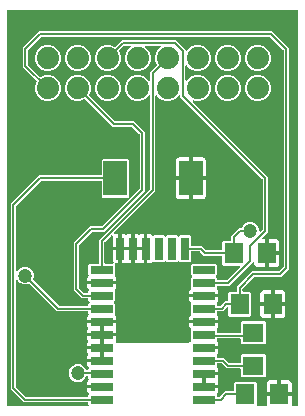
<source format=gbr>
G04 EAGLE Gerber RS-274X export*
G75*
%MOMM*%
%FSLAX34Y34*%
%LPD*%
%INTop Copper*%
%IPPOS*%
%AMOC8*
5,1,8,0,0,1.08239X$1,22.5*%
G01*
%ADD10R,1.940000X0.700000*%
%ADD11R,0.700000X1.940000*%
%ADD12C,1.879600*%
%ADD13R,1.600000X1.800000*%
%ADD14R,1.800000X1.600000*%
%ADD15R,1.600000X1.803000*%
%ADD16R,2.000000X3.000000*%
%ADD17C,1.200150*%
%ADD18C,0.152400*%

G36*
X78606Y10172D02*
X78606Y10172D01*
X78678Y10174D01*
X78727Y10192D01*
X78778Y10200D01*
X78841Y10234D01*
X78909Y10259D01*
X78949Y10291D01*
X78995Y10316D01*
X79045Y10367D01*
X79101Y10412D01*
X79129Y10456D01*
X79165Y10494D01*
X79195Y10559D01*
X79234Y10619D01*
X79246Y10670D01*
X79268Y10717D01*
X79276Y10788D01*
X79294Y10858D01*
X79290Y10910D01*
X79295Y10961D01*
X79280Y11032D01*
X79275Y11103D01*
X79254Y11151D01*
X79243Y11202D01*
X79206Y11263D01*
X79178Y11329D01*
X79133Y11385D01*
X79117Y11413D01*
X79099Y11428D01*
X79073Y11460D01*
X78925Y11608D01*
X78925Y12692D01*
X78922Y12712D01*
X78924Y12731D01*
X78902Y12833D01*
X78886Y12935D01*
X78876Y12952D01*
X78872Y12972D01*
X78819Y13061D01*
X78770Y13152D01*
X78756Y13166D01*
X78746Y13183D01*
X78667Y13250D01*
X78592Y13322D01*
X78574Y13330D01*
X78559Y13343D01*
X78463Y13382D01*
X78369Y13425D01*
X78349Y13427D01*
X78331Y13435D01*
X78164Y13453D01*
X23953Y13453D01*
X12953Y24453D01*
X12953Y181287D01*
X37153Y205487D01*
X89314Y205487D01*
X89334Y205490D01*
X89353Y205488D01*
X89455Y205510D01*
X89557Y205526D01*
X89574Y205536D01*
X89594Y205540D01*
X89683Y205593D01*
X89774Y205642D01*
X89788Y205656D01*
X89805Y205666D01*
X89872Y205745D01*
X89944Y205820D01*
X89952Y205838D01*
X89965Y205853D01*
X90004Y205949D01*
X90047Y206043D01*
X90049Y206063D01*
X90057Y206081D01*
X90075Y206248D01*
X90075Y218832D01*
X90968Y219725D01*
X112232Y219725D01*
X113125Y218832D01*
X113125Y187568D01*
X112232Y186675D01*
X90968Y186675D01*
X90075Y187568D01*
X90075Y200152D01*
X90072Y200172D01*
X90074Y200191D01*
X90052Y200293D01*
X90036Y200395D01*
X90026Y200412D01*
X90022Y200432D01*
X89969Y200521D01*
X89920Y200612D01*
X89906Y200626D01*
X89896Y200643D01*
X89817Y200710D01*
X89742Y200782D01*
X89724Y200790D01*
X89709Y200803D01*
X89613Y200842D01*
X89519Y200885D01*
X89499Y200887D01*
X89481Y200895D01*
X89314Y200913D01*
X39363Y200913D01*
X39272Y200899D01*
X39182Y200891D01*
X39152Y200879D01*
X39120Y200874D01*
X39039Y200831D01*
X38955Y200795D01*
X38923Y200769D01*
X38902Y200758D01*
X38880Y200735D01*
X38824Y200690D01*
X17750Y179616D01*
X17697Y179542D01*
X17637Y179472D01*
X17625Y179442D01*
X17606Y179416D01*
X17579Y179329D01*
X17545Y179244D01*
X17541Y179203D01*
X17534Y179181D01*
X17535Y179149D01*
X17527Y179077D01*
X17527Y125134D01*
X17542Y125038D01*
X17552Y124941D01*
X17562Y124917D01*
X17566Y124892D01*
X17612Y124806D01*
X17652Y124717D01*
X17669Y124697D01*
X17682Y124674D01*
X17752Y124607D01*
X17818Y124535D01*
X17841Y124523D01*
X17860Y124505D01*
X17948Y124464D01*
X18034Y124417D01*
X18059Y124412D01*
X18083Y124401D01*
X18180Y124391D01*
X18276Y124373D01*
X18302Y124377D01*
X18327Y124374D01*
X18423Y124395D01*
X18519Y124409D01*
X18542Y124421D01*
X18568Y124426D01*
X18652Y124476D01*
X18738Y124521D01*
X18757Y124539D01*
X18779Y124553D01*
X18842Y124627D01*
X18910Y124696D01*
X18926Y124725D01*
X18939Y124739D01*
X18951Y124770D01*
X18991Y124843D01*
X19020Y124913D01*
X21137Y127030D01*
X23903Y128175D01*
X26897Y128175D01*
X29663Y127030D01*
X31780Y124913D01*
X32925Y122147D01*
X32925Y119153D01*
X32302Y117647D01*
X32275Y117533D01*
X32246Y117420D01*
X32247Y117414D01*
X32245Y117407D01*
X32256Y117291D01*
X32266Y117175D01*
X32268Y117169D01*
X32269Y117163D01*
X32316Y117055D01*
X32362Y116948D01*
X32366Y116942D01*
X32369Y116938D01*
X32381Y116924D01*
X32467Y116817D01*
X54034Y95250D01*
X54108Y95197D01*
X54178Y95137D01*
X54208Y95125D01*
X54234Y95106D01*
X54321Y95079D01*
X54406Y95045D01*
X54447Y95041D01*
X54469Y95034D01*
X54501Y95035D01*
X54573Y95027D01*
X78164Y95027D01*
X78184Y95030D01*
X78203Y95028D01*
X78305Y95050D01*
X78407Y95066D01*
X78424Y95076D01*
X78444Y95080D01*
X78533Y95133D01*
X78624Y95182D01*
X78638Y95196D01*
X78655Y95206D01*
X78722Y95285D01*
X78794Y95360D01*
X78802Y95378D01*
X78815Y95393D01*
X78854Y95489D01*
X78897Y95583D01*
X78899Y95603D01*
X78907Y95621D01*
X78925Y95788D01*
X78925Y96872D01*
X79755Y97702D01*
X79767Y97718D01*
X79783Y97730D01*
X79839Y97818D01*
X79899Y97901D01*
X79905Y97920D01*
X79916Y97937D01*
X79941Y98038D01*
X79971Y98137D01*
X79971Y98156D01*
X79976Y98176D01*
X79968Y98279D01*
X79965Y98382D01*
X79958Y98401D01*
X79957Y98421D01*
X79916Y98516D01*
X79881Y98613D01*
X79868Y98629D01*
X79860Y98647D01*
X79755Y98778D01*
X78925Y99608D01*
X78925Y100692D01*
X78922Y100712D01*
X78924Y100731D01*
X78902Y100833D01*
X78886Y100935D01*
X78876Y100952D01*
X78872Y100972D01*
X78819Y101061D01*
X78770Y101152D01*
X78756Y101166D01*
X78746Y101183D01*
X78667Y101250D01*
X78592Y101322D01*
X78574Y101330D01*
X78559Y101343D01*
X78463Y101382D01*
X78369Y101425D01*
X78349Y101427D01*
X78331Y101435D01*
X78164Y101453D01*
X73113Y101453D01*
X66293Y108273D01*
X66293Y148267D01*
X80333Y162307D01*
X90177Y162307D01*
X90268Y162321D01*
X90358Y162329D01*
X90388Y162341D01*
X90420Y162346D01*
X90501Y162389D01*
X90585Y162425D01*
X90617Y162451D01*
X90638Y162462D01*
X90660Y162485D01*
X90716Y162530D01*
X121950Y193764D01*
X122003Y193838D01*
X122063Y193908D01*
X122075Y193938D01*
X122094Y193964D01*
X122121Y194051D01*
X122155Y194136D01*
X122159Y194177D01*
X122166Y194199D01*
X122165Y194231D01*
X122173Y194303D01*
X122173Y240037D01*
X122159Y240128D01*
X122151Y240218D01*
X122139Y240248D01*
X122134Y240280D01*
X122091Y240361D01*
X122055Y240445D01*
X122029Y240477D01*
X122018Y240498D01*
X121995Y240520D01*
X121977Y240542D01*
X121973Y240549D01*
X121968Y240553D01*
X121950Y240576D01*
X116116Y246410D01*
X116042Y246463D01*
X115972Y246523D01*
X115942Y246535D01*
X115916Y246554D01*
X115829Y246581D01*
X115744Y246615D01*
X115703Y246619D01*
X115681Y246626D01*
X115649Y246625D01*
X115577Y246633D01*
X99383Y246633D01*
X76283Y269733D01*
X76189Y269801D01*
X76094Y269871D01*
X76088Y269873D01*
X76083Y269877D01*
X75972Y269911D01*
X75860Y269947D01*
X75854Y269947D01*
X75848Y269949D01*
X75731Y269946D01*
X75614Y269945D01*
X75607Y269943D01*
X75602Y269943D01*
X75585Y269936D01*
X75453Y269898D01*
X72023Y268477D01*
X67677Y268477D01*
X63663Y270140D01*
X60590Y273213D01*
X58927Y277227D01*
X58927Y281573D01*
X60590Y285587D01*
X63663Y288660D01*
X67677Y290323D01*
X72023Y290323D01*
X76037Y288660D01*
X79110Y285587D01*
X80773Y281573D01*
X80773Y277227D01*
X79352Y273797D01*
X79344Y273763D01*
X79342Y273758D01*
X79341Y273750D01*
X79325Y273683D01*
X79297Y273570D01*
X79297Y273563D01*
X79296Y273557D01*
X79307Y273441D01*
X79316Y273324D01*
X79318Y273319D01*
X79319Y273312D01*
X79367Y273205D01*
X79412Y273098D01*
X79417Y273092D01*
X79419Y273088D01*
X79431Y273074D01*
X79517Y272967D01*
X101054Y251430D01*
X101128Y251377D01*
X101198Y251317D01*
X101228Y251305D01*
X101254Y251286D01*
X101341Y251259D01*
X101426Y251225D01*
X101467Y251221D01*
X101489Y251214D01*
X101521Y251215D01*
X101593Y251207D01*
X117787Y251207D01*
X126747Y242247D01*
X126747Y192093D01*
X92387Y157733D01*
X82543Y157733D01*
X82452Y157719D01*
X82362Y157711D01*
X82332Y157699D01*
X82300Y157694D01*
X82219Y157651D01*
X82135Y157615D01*
X82103Y157589D01*
X82082Y157578D01*
X82060Y157555D01*
X82004Y157510D01*
X71090Y146596D01*
X71037Y146522D01*
X70977Y146452D01*
X70965Y146422D01*
X70946Y146396D01*
X70919Y146309D01*
X70885Y146224D01*
X70881Y146183D01*
X70874Y146161D01*
X70875Y146129D01*
X70867Y146057D01*
X70867Y110483D01*
X70881Y110392D01*
X70889Y110302D01*
X70901Y110272D01*
X70906Y110240D01*
X70949Y110159D01*
X70985Y110075D01*
X71011Y110043D01*
X71022Y110022D01*
X71045Y110000D01*
X71090Y109944D01*
X74784Y106250D01*
X74858Y106197D01*
X74928Y106137D01*
X74958Y106125D01*
X74984Y106106D01*
X75071Y106079D01*
X75156Y106045D01*
X75197Y106041D01*
X75219Y106034D01*
X75251Y106035D01*
X75323Y106027D01*
X78164Y106027D01*
X78184Y106030D01*
X78203Y106028D01*
X78305Y106050D01*
X78407Y106066D01*
X78424Y106076D01*
X78444Y106080D01*
X78533Y106133D01*
X78624Y106182D01*
X78638Y106196D01*
X78655Y106206D01*
X78722Y106285D01*
X78794Y106360D01*
X78802Y106378D01*
X78815Y106393D01*
X78854Y106489D01*
X78897Y106583D01*
X78899Y106603D01*
X78907Y106621D01*
X78925Y106788D01*
X78925Y107872D01*
X79057Y108004D01*
X79126Y108099D01*
X79197Y108196D01*
X79199Y108200D01*
X79201Y108203D01*
X79236Y108317D01*
X79272Y108430D01*
X79272Y108435D01*
X79273Y108438D01*
X79270Y108557D01*
X79268Y108676D01*
X79267Y108680D01*
X79267Y108684D01*
X79226Y108795D01*
X79187Y108908D01*
X79184Y108911D01*
X79183Y108915D01*
X79108Y109008D01*
X79035Y109102D01*
X79031Y109105D01*
X79029Y109107D01*
X79017Y109115D01*
X78900Y109201D01*
X78890Y109207D01*
X78417Y109680D01*
X78082Y110259D01*
X77909Y110906D01*
X77909Y113217D01*
X89388Y113217D01*
X89408Y113220D01*
X89427Y113218D01*
X89529Y113240D01*
X89631Y113257D01*
X89648Y113266D01*
X89668Y113270D01*
X89757Y113323D01*
X89848Y113372D01*
X89862Y113386D01*
X89879Y113396D01*
X89946Y113475D01*
X90017Y113550D01*
X90026Y113568D01*
X90039Y113583D01*
X90078Y113679D01*
X90121Y113773D01*
X90123Y113793D01*
X90131Y113811D01*
X90149Y113978D01*
X90149Y115502D01*
X90146Y115522D01*
X90148Y115541D01*
X90126Y115643D01*
X90109Y115745D01*
X90100Y115762D01*
X90096Y115782D01*
X90043Y115871D01*
X89994Y115962D01*
X89980Y115976D01*
X89970Y115993D01*
X89891Y116060D01*
X89816Y116131D01*
X89798Y116140D01*
X89783Y116153D01*
X89687Y116192D01*
X89593Y116235D01*
X89573Y116237D01*
X89555Y116245D01*
X89388Y116263D01*
X77909Y116263D01*
X77909Y118574D01*
X78082Y119221D01*
X78417Y119800D01*
X78890Y120273D01*
X78900Y120279D01*
X78992Y120354D01*
X79085Y120428D01*
X79087Y120432D01*
X79090Y120434D01*
X79154Y120536D01*
X79218Y120635D01*
X79219Y120639D01*
X79221Y120643D01*
X79249Y120759D01*
X79278Y120874D01*
X79277Y120878D01*
X79278Y120882D01*
X79268Y121002D01*
X79259Y121119D01*
X79257Y121123D01*
X79257Y121127D01*
X79208Y121237D01*
X79162Y121345D01*
X79159Y121349D01*
X79158Y121352D01*
X79149Y121362D01*
X79057Y121476D01*
X78925Y121608D01*
X78925Y129872D01*
X79818Y130765D01*
X87102Y130765D01*
X87122Y130768D01*
X87141Y130766D01*
X87243Y130788D01*
X87345Y130804D01*
X87362Y130814D01*
X87382Y130818D01*
X87471Y130871D01*
X87562Y130920D01*
X87576Y130934D01*
X87593Y130944D01*
X87660Y131023D01*
X87732Y131098D01*
X87740Y131116D01*
X87753Y131131D01*
X87792Y131227D01*
X87835Y131321D01*
X87837Y131341D01*
X87845Y131359D01*
X87863Y131526D01*
X87863Y150787D01*
X130840Y193764D01*
X130893Y193838D01*
X130953Y193908D01*
X130965Y193938D01*
X130984Y193964D01*
X131011Y194051D01*
X131045Y194136D01*
X131049Y194177D01*
X131056Y194199D01*
X131055Y194231D01*
X131063Y194303D01*
X131063Y272528D01*
X131052Y272599D01*
X131050Y272671D01*
X131032Y272720D01*
X131024Y272771D01*
X130990Y272834D01*
X130965Y272902D01*
X130933Y272942D01*
X130908Y272989D01*
X130856Y273038D01*
X130812Y273094D01*
X130768Y273122D01*
X130730Y273158D01*
X130665Y273188D01*
X130605Y273227D01*
X130554Y273240D01*
X130507Y273262D01*
X130436Y273269D01*
X130366Y273287D01*
X130314Y273283D01*
X130263Y273289D01*
X130192Y273273D01*
X130121Y273268D01*
X130073Y273247D01*
X130022Y273236D01*
X129961Y273200D01*
X129895Y273171D01*
X129839Y273127D01*
X129811Y273110D01*
X129796Y273092D01*
X129764Y273067D01*
X126837Y270140D01*
X122823Y268477D01*
X118477Y268477D01*
X114463Y270140D01*
X111390Y273213D01*
X109727Y277227D01*
X109727Y281573D01*
X111390Y285587D01*
X114463Y288660D01*
X118477Y290323D01*
X122823Y290323D01*
X126837Y288660D01*
X129764Y285733D01*
X129822Y285691D01*
X129874Y285642D01*
X129921Y285620D01*
X129963Y285590D01*
X130032Y285569D01*
X130097Y285538D01*
X130149Y285533D01*
X130199Y285517D01*
X130270Y285519D01*
X130341Y285511D01*
X130392Y285522D01*
X130444Y285524D01*
X130512Y285548D01*
X130582Y285564D01*
X130627Y285590D01*
X130675Y285608D01*
X130731Y285653D01*
X130793Y285690D01*
X130827Y285729D01*
X130867Y285762D01*
X130906Y285822D01*
X130953Y285877D01*
X130972Y285925D01*
X131000Y285969D01*
X131018Y286038D01*
X131045Y286105D01*
X131053Y286176D01*
X131061Y286207D01*
X131059Y286231D01*
X131063Y286272D01*
X131063Y293047D01*
X136383Y298367D01*
X136451Y298462D01*
X136521Y298556D01*
X136523Y298562D01*
X136527Y298567D01*
X136561Y298678D01*
X136597Y298790D01*
X136597Y298796D01*
X136599Y298802D01*
X136596Y298919D01*
X136595Y299036D01*
X136593Y299043D01*
X136593Y299048D01*
X136586Y299065D01*
X136548Y299197D01*
X135127Y302627D01*
X135127Y306973D01*
X136790Y310987D01*
X139717Y313914D01*
X139759Y313972D01*
X139808Y314024D01*
X139830Y314071D01*
X139860Y314113D01*
X139881Y314182D01*
X139912Y314247D01*
X139917Y314299D01*
X139933Y314349D01*
X139931Y314420D01*
X139939Y314491D01*
X139928Y314542D01*
X139926Y314594D01*
X139902Y314662D01*
X139886Y314732D01*
X139860Y314777D01*
X139842Y314825D01*
X139797Y314881D01*
X139760Y314943D01*
X139721Y314977D01*
X139688Y315017D01*
X139628Y315056D01*
X139573Y315103D01*
X139525Y315122D01*
X139481Y315150D01*
X139412Y315168D01*
X139345Y315195D01*
X139274Y315203D01*
X139243Y315211D01*
X139219Y315209D01*
X139178Y315213D01*
X127522Y315213D01*
X127451Y315202D01*
X127379Y315200D01*
X127330Y315182D01*
X127279Y315174D01*
X127216Y315140D01*
X127148Y315115D01*
X127108Y315083D01*
X127061Y315058D01*
X127012Y315006D01*
X126956Y314962D01*
X126928Y314918D01*
X126892Y314880D01*
X126862Y314815D01*
X126823Y314755D01*
X126810Y314704D01*
X126788Y314657D01*
X126781Y314586D01*
X126763Y314516D01*
X126767Y314464D01*
X126761Y314413D01*
X126777Y314342D01*
X126782Y314271D01*
X126803Y314223D01*
X126814Y314172D01*
X126850Y314111D01*
X126879Y314045D01*
X126923Y313989D01*
X126940Y313961D01*
X126958Y313946D01*
X126983Y313914D01*
X129910Y310987D01*
X131573Y306973D01*
X131573Y302627D01*
X129910Y298613D01*
X126837Y295540D01*
X122823Y293877D01*
X118477Y293877D01*
X114463Y295540D01*
X111390Y298613D01*
X109727Y302627D01*
X109727Y306973D01*
X111390Y310987D01*
X114317Y313914D01*
X114359Y313972D01*
X114408Y314024D01*
X114430Y314071D01*
X114460Y314113D01*
X114481Y314182D01*
X114512Y314247D01*
X114517Y314299D01*
X114533Y314349D01*
X114531Y314420D01*
X114539Y314491D01*
X114528Y314542D01*
X114526Y314594D01*
X114502Y314662D01*
X114486Y314732D01*
X114460Y314777D01*
X114442Y314825D01*
X114397Y314881D01*
X114360Y314943D01*
X114321Y314977D01*
X114288Y315017D01*
X114228Y315056D01*
X114173Y315103D01*
X114125Y315122D01*
X114081Y315150D01*
X114012Y315168D01*
X113945Y315195D01*
X113874Y315203D01*
X113843Y315211D01*
X113819Y315209D01*
X113778Y315213D01*
X109213Y315213D01*
X109122Y315199D01*
X109032Y315191D01*
X109002Y315179D01*
X108970Y315174D01*
X108889Y315131D01*
X108805Y315095D01*
X108773Y315069D01*
X108752Y315058D01*
X108730Y315035D01*
X108674Y314990D01*
X104917Y311233D01*
X104849Y311138D01*
X104779Y311044D01*
X104777Y311038D01*
X104773Y311033D01*
X104739Y310922D01*
X104703Y310810D01*
X104703Y310804D01*
X104701Y310798D01*
X104704Y310681D01*
X104705Y310564D01*
X104707Y310557D01*
X104707Y310552D01*
X104714Y310535D01*
X104752Y310403D01*
X106173Y306973D01*
X106173Y302627D01*
X104510Y298613D01*
X101437Y295540D01*
X97423Y293877D01*
X93077Y293877D01*
X89063Y295540D01*
X85990Y298613D01*
X84327Y302627D01*
X84327Y306973D01*
X85990Y310987D01*
X89063Y314060D01*
X93077Y315723D01*
X97423Y315723D01*
X100853Y314302D01*
X100967Y314275D01*
X101080Y314247D01*
X101087Y314247D01*
X101093Y314246D01*
X101209Y314257D01*
X101326Y314266D01*
X101331Y314268D01*
X101338Y314269D01*
X101445Y314317D01*
X101552Y314362D01*
X101558Y314367D01*
X101562Y314369D01*
X101576Y314381D01*
X101683Y314467D01*
X107003Y319787D01*
X153347Y319787D01*
X161037Y312097D01*
X161037Y311672D01*
X161048Y311601D01*
X161050Y311529D01*
X161068Y311480D01*
X161076Y311429D01*
X161110Y311366D01*
X161135Y311298D01*
X161167Y311258D01*
X161192Y311211D01*
X161244Y311162D01*
X161288Y311106D01*
X161332Y311078D01*
X161370Y311042D01*
X161435Y311012D01*
X161495Y310973D01*
X161546Y310960D01*
X161593Y310938D01*
X161664Y310931D01*
X161734Y310913D01*
X161786Y310917D01*
X161837Y310911D01*
X161908Y310927D01*
X161979Y310932D01*
X162027Y310953D01*
X162078Y310964D01*
X162139Y311000D01*
X162205Y311029D01*
X162261Y311073D01*
X162289Y311090D01*
X162304Y311108D01*
X162336Y311133D01*
X165263Y314060D01*
X169277Y315723D01*
X173623Y315723D01*
X177637Y314060D01*
X180710Y310987D01*
X182373Y306973D01*
X182373Y302627D01*
X180710Y298613D01*
X177637Y295540D01*
X173623Y293877D01*
X169277Y293877D01*
X165263Y295540D01*
X162336Y298467D01*
X162278Y298509D01*
X162226Y298558D01*
X162179Y298580D01*
X162137Y298610D01*
X162068Y298631D01*
X162003Y298662D01*
X161951Y298667D01*
X161901Y298683D01*
X161830Y298681D01*
X161759Y298689D01*
X161708Y298678D01*
X161656Y298676D01*
X161588Y298652D01*
X161518Y298636D01*
X161473Y298610D01*
X161425Y298592D01*
X161369Y298547D01*
X161307Y298510D01*
X161273Y298471D01*
X161233Y298438D01*
X161194Y298378D01*
X161147Y298323D01*
X161128Y298275D01*
X161100Y298231D01*
X161082Y298162D01*
X161055Y298095D01*
X161047Y298024D01*
X161039Y297993D01*
X161041Y297969D01*
X161037Y297928D01*
X161037Y286272D01*
X161048Y286201D01*
X161050Y286129D01*
X161068Y286080D01*
X161076Y286029D01*
X161110Y285966D01*
X161135Y285898D01*
X161167Y285858D01*
X161192Y285811D01*
X161244Y285762D01*
X161288Y285706D01*
X161332Y285678D01*
X161370Y285642D01*
X161435Y285612D01*
X161495Y285573D01*
X161546Y285560D01*
X161593Y285538D01*
X161664Y285531D01*
X161734Y285513D01*
X161786Y285517D01*
X161837Y285511D01*
X161908Y285527D01*
X161979Y285532D01*
X162027Y285553D01*
X162078Y285564D01*
X162139Y285600D01*
X162205Y285629D01*
X162261Y285673D01*
X162289Y285690D01*
X162304Y285708D01*
X162336Y285733D01*
X165263Y288660D01*
X169277Y290323D01*
X173623Y290323D01*
X177637Y288660D01*
X180710Y285587D01*
X182373Y281573D01*
X182373Y277227D01*
X180710Y273213D01*
X177637Y270140D01*
X173623Y268477D01*
X169277Y268477D01*
X168169Y268937D01*
X168103Y268952D01*
X168065Y268967D01*
X168036Y268971D01*
X167981Y268987D01*
X167954Y268987D01*
X167929Y268993D01*
X167832Y268984D01*
X167735Y268981D01*
X167710Y268972D01*
X167684Y268970D01*
X167595Y268930D01*
X167504Y268897D01*
X167483Y268880D01*
X167459Y268870D01*
X167388Y268804D01*
X167312Y268743D01*
X167298Y268721D01*
X167278Y268703D01*
X167231Y268618D01*
X167179Y268536D01*
X167172Y268511D01*
X167160Y268488D01*
X167142Y268392D01*
X167119Y268297D01*
X167121Y268271D01*
X167116Y268246D01*
X167130Y268149D01*
X167138Y268052D01*
X167148Y268028D01*
X167152Y268002D01*
X167176Y267955D01*
X167178Y267945D01*
X167197Y267912D01*
X167234Y267826D01*
X167254Y267801D01*
X167263Y267783D01*
X167287Y267760D01*
X167293Y267752D01*
X167304Y267734D01*
X167316Y267723D01*
X167339Y267695D01*
X230887Y204147D01*
X230887Y157803D01*
X229324Y156240D01*
X225624Y152540D01*
X225582Y152482D01*
X225533Y152430D01*
X225511Y152383D01*
X225481Y152341D01*
X225460Y152272D01*
X225429Y152207D01*
X225424Y152155D01*
X225408Y152105D01*
X225410Y152034D01*
X225402Y151963D01*
X225413Y151912D01*
X225415Y151860D01*
X225439Y151792D01*
X225454Y151722D01*
X225481Y151678D01*
X225499Y151629D01*
X225544Y151573D01*
X225581Y151511D01*
X225620Y151477D01*
X225653Y151437D01*
X225713Y151398D01*
X225768Y151351D01*
X225816Y151332D01*
X225860Y151304D01*
X225929Y151286D01*
X225996Y151259D01*
X226067Y151251D01*
X226098Y151243D01*
X226122Y151245D01*
X226162Y151241D01*
X228377Y151241D01*
X228377Y140462D01*
X228380Y140442D01*
X228378Y140423D01*
X228400Y140321D01*
X228417Y140219D01*
X228426Y140202D01*
X228430Y140182D01*
X228483Y140093D01*
X228532Y140002D01*
X228546Y139988D01*
X228556Y139971D01*
X228635Y139904D01*
X228710Y139833D01*
X228728Y139824D01*
X228743Y139811D01*
X228839Y139772D01*
X228933Y139729D01*
X228953Y139727D01*
X228971Y139719D01*
X229138Y139701D01*
X229901Y139701D01*
X229901Y139699D01*
X229138Y139699D01*
X229118Y139696D01*
X229099Y139698D01*
X228997Y139676D01*
X228895Y139659D01*
X228878Y139650D01*
X228858Y139646D01*
X228769Y139593D01*
X228678Y139544D01*
X228664Y139530D01*
X228647Y139520D01*
X228580Y139441D01*
X228509Y139366D01*
X228500Y139348D01*
X228487Y139333D01*
X228448Y139237D01*
X228405Y139143D01*
X228403Y139123D01*
X228395Y139105D01*
X228377Y138938D01*
X228377Y128159D01*
X221566Y128159D01*
X220919Y128332D01*
X220340Y128667D01*
X219867Y129140D01*
X219532Y129719D01*
X219359Y130366D01*
X219359Y131738D01*
X219348Y131808D01*
X219346Y131880D01*
X219328Y131929D01*
X219320Y131980D01*
X219286Y132043D01*
X219261Y132111D01*
X219229Y132152D01*
X219204Y132198D01*
X219153Y132247D01*
X219108Y132303D01*
X219064Y132331D01*
X219026Y132367D01*
X218961Y132397D01*
X218901Y132436D01*
X218850Y132449D01*
X218803Y132471D01*
X218732Y132479D01*
X218662Y132496D01*
X218610Y132492D01*
X218559Y132498D01*
X218488Y132482D01*
X218417Y132477D01*
X218369Y132457D01*
X218318Y132445D01*
X218257Y132409D01*
X218191Y132381D01*
X218135Y132336D01*
X218107Y132319D01*
X218092Y132302D01*
X218060Y132276D01*
X197797Y112013D01*
X188536Y112013D01*
X188516Y112010D01*
X188497Y112012D01*
X188395Y111990D01*
X188293Y111974D01*
X188276Y111964D01*
X188256Y111960D01*
X188167Y111907D01*
X188076Y111858D01*
X188062Y111844D01*
X188045Y111834D01*
X187978Y111755D01*
X187906Y111680D01*
X187898Y111662D01*
X187885Y111647D01*
X187846Y111551D01*
X187803Y111457D01*
X187801Y111437D01*
X187793Y111419D01*
X187775Y111252D01*
X187775Y110608D01*
X187643Y110476D01*
X187574Y110381D01*
X187503Y110284D01*
X187501Y110280D01*
X187499Y110277D01*
X187464Y110163D01*
X187428Y110050D01*
X187428Y110045D01*
X187427Y110042D01*
X187430Y109923D01*
X187432Y109804D01*
X187433Y109800D01*
X187433Y109796D01*
X187474Y109685D01*
X187513Y109572D01*
X187516Y109569D01*
X187517Y109565D01*
X187592Y109472D01*
X187665Y109378D01*
X187669Y109375D01*
X187671Y109373D01*
X187683Y109365D01*
X187800Y109279D01*
X187810Y109273D01*
X188283Y108800D01*
X188618Y108221D01*
X188791Y107574D01*
X188791Y105263D01*
X177312Y105263D01*
X177292Y105260D01*
X177273Y105262D01*
X177171Y105240D01*
X177069Y105223D01*
X177052Y105214D01*
X177032Y105210D01*
X176943Y105157D01*
X176852Y105108D01*
X176838Y105094D01*
X176821Y105084D01*
X176754Y105005D01*
X176683Y104930D01*
X176674Y104912D01*
X176661Y104897D01*
X176622Y104801D01*
X176579Y104707D01*
X176577Y104687D01*
X176569Y104669D01*
X176551Y104502D01*
X176551Y102978D01*
X176554Y102958D01*
X176552Y102939D01*
X176574Y102837D01*
X176591Y102735D01*
X176600Y102718D01*
X176604Y102698D01*
X176657Y102609D01*
X176706Y102518D01*
X176720Y102504D01*
X176730Y102487D01*
X176809Y102420D01*
X176884Y102349D01*
X176902Y102340D01*
X176917Y102327D01*
X177013Y102288D01*
X177107Y102245D01*
X177127Y102243D01*
X177145Y102235D01*
X177312Y102217D01*
X188791Y102217D01*
X188791Y99906D01*
X188618Y99259D01*
X188283Y98680D01*
X187810Y98207D01*
X187800Y98201D01*
X187709Y98126D01*
X187615Y98052D01*
X187613Y98048D01*
X187610Y98045D01*
X187547Y97946D01*
X187482Y97845D01*
X187481Y97841D01*
X187479Y97837D01*
X187451Y97722D01*
X187422Y97606D01*
X187423Y97602D01*
X187422Y97598D01*
X187432Y97479D01*
X187441Y97361D01*
X187443Y97357D01*
X187443Y97353D01*
X187491Y97245D01*
X187538Y97135D01*
X187541Y97131D01*
X187542Y97128D01*
X187551Y97118D01*
X187643Y97004D01*
X187775Y96872D01*
X187775Y95788D01*
X187778Y95768D01*
X187776Y95749D01*
X187798Y95647D01*
X187814Y95545D01*
X187824Y95528D01*
X187828Y95508D01*
X187881Y95419D01*
X187930Y95328D01*
X187944Y95314D01*
X187954Y95297D01*
X188033Y95230D01*
X188108Y95158D01*
X188126Y95150D01*
X188141Y95137D01*
X188237Y95098D01*
X188331Y95055D01*
X188351Y95053D01*
X188369Y95045D01*
X188536Y95027D01*
X190537Y95027D01*
X190628Y95041D01*
X190718Y95049D01*
X190748Y95061D01*
X190780Y95066D01*
X190861Y95109D01*
X190945Y95145D01*
X190977Y95171D01*
X190998Y95182D01*
X191020Y95205D01*
X191076Y95250D01*
X194633Y98807D01*
X196694Y98807D01*
X196714Y98810D01*
X196733Y98808D01*
X196835Y98830D01*
X196937Y98846D01*
X196954Y98856D01*
X196974Y98860D01*
X197063Y98913D01*
X197154Y98962D01*
X197168Y98976D01*
X197185Y98986D01*
X197252Y99065D01*
X197324Y99140D01*
X197332Y99158D01*
X197345Y99173D01*
X197384Y99269D01*
X197427Y99363D01*
X197429Y99383D01*
X197437Y99401D01*
X197455Y99568D01*
X197455Y106152D01*
X198348Y107045D01*
X203932Y107045D01*
X203952Y107048D01*
X203971Y107046D01*
X204073Y107068D01*
X204175Y107084D01*
X204192Y107094D01*
X204212Y107098D01*
X204301Y107151D01*
X204392Y107200D01*
X204406Y107214D01*
X204423Y107224D01*
X204490Y107303D01*
X204562Y107378D01*
X204570Y107396D01*
X204583Y107411D01*
X204622Y107507D01*
X204665Y107601D01*
X204667Y107621D01*
X204675Y107639D01*
X204693Y107806D01*
X204693Y111407D01*
X217493Y124207D01*
X240037Y124207D01*
X240128Y124221D01*
X240218Y124229D01*
X240248Y124241D01*
X240280Y124246D01*
X240361Y124289D01*
X240445Y124325D01*
X240477Y124351D01*
X240498Y124362D01*
X240520Y124385D01*
X240576Y124430D01*
X243870Y127724D01*
X243923Y127798D01*
X243983Y127868D01*
X243995Y127898D01*
X244014Y127924D01*
X244041Y128011D01*
X244075Y128096D01*
X244079Y128137D01*
X244086Y128159D01*
X244085Y128191D01*
X244093Y128263D01*
X244093Y311158D01*
X244079Y311248D01*
X244071Y311339D01*
X244059Y311368D01*
X244054Y311400D01*
X244011Y311481D01*
X243975Y311565D01*
X243949Y311597D01*
X243938Y311618D01*
X243915Y311640D01*
X243870Y311696D01*
X232956Y322610D01*
X232882Y322663D01*
X232812Y322723D01*
X232782Y322735D01*
X232756Y322754D01*
X232669Y322781D01*
X232584Y322815D01*
X232543Y322819D01*
X232521Y322826D01*
X232489Y322825D01*
X232418Y322833D01*
X39363Y322833D01*
X39272Y322819D01*
X39182Y322811D01*
X39152Y322799D01*
X39120Y322794D01*
X39039Y322751D01*
X38955Y322715D01*
X38923Y322689D01*
X38902Y322678D01*
X38880Y322655D01*
X38824Y322610D01*
X27910Y311696D01*
X27857Y311622D01*
X27797Y311552D01*
X27785Y311522D01*
X27766Y311496D01*
X27739Y311409D01*
X27705Y311324D01*
X27701Y311283D01*
X27694Y311261D01*
X27695Y311229D01*
X27687Y311157D01*
X27687Y299713D01*
X27701Y299622D01*
X27709Y299532D01*
X27721Y299502D01*
X27726Y299470D01*
X27769Y299389D01*
X27805Y299305D01*
X27831Y299273D01*
X27842Y299252D01*
X27865Y299230D01*
X27910Y299174D01*
X38017Y289067D01*
X38112Y288999D01*
X38206Y288929D01*
X38212Y288927D01*
X38217Y288923D01*
X38328Y288889D01*
X38440Y288853D01*
X38446Y288853D01*
X38452Y288851D01*
X38569Y288854D01*
X38686Y288855D01*
X38693Y288857D01*
X38698Y288857D01*
X38715Y288864D01*
X38847Y288902D01*
X42277Y290323D01*
X46623Y290323D01*
X50637Y288660D01*
X53710Y285587D01*
X55373Y281573D01*
X55373Y277227D01*
X53710Y273213D01*
X50637Y270140D01*
X46623Y268477D01*
X42277Y268477D01*
X38263Y270140D01*
X35190Y273213D01*
X33527Y277227D01*
X33527Y281573D01*
X34948Y285003D01*
X34975Y285117D01*
X35003Y285230D01*
X35003Y285237D01*
X35004Y285243D01*
X34993Y285359D01*
X34984Y285476D01*
X34982Y285481D01*
X34981Y285488D01*
X34933Y285595D01*
X34888Y285702D01*
X34883Y285708D01*
X34881Y285712D01*
X34869Y285726D01*
X34783Y285833D01*
X23113Y297503D01*
X23113Y313367D01*
X37153Y327407D01*
X234627Y327407D01*
X236190Y325844D01*
X247104Y314930D01*
X248667Y313367D01*
X248667Y126053D01*
X242247Y119633D01*
X219703Y119633D01*
X219612Y119619D01*
X219522Y119611D01*
X219492Y119599D01*
X219460Y119594D01*
X219379Y119551D01*
X219295Y119515D01*
X219263Y119489D01*
X219242Y119478D01*
X219220Y119455D01*
X219164Y119410D01*
X209490Y109736D01*
X209437Y109662D01*
X209377Y109592D01*
X209365Y109562D01*
X209346Y109536D01*
X209319Y109449D01*
X209285Y109364D01*
X209281Y109323D01*
X209274Y109301D01*
X209275Y109269D01*
X209267Y109197D01*
X209267Y107806D01*
X209270Y107786D01*
X209268Y107767D01*
X209290Y107665D01*
X209306Y107563D01*
X209316Y107546D01*
X209320Y107526D01*
X209373Y107437D01*
X209422Y107346D01*
X209436Y107332D01*
X209446Y107315D01*
X209525Y107248D01*
X209600Y107176D01*
X209618Y107168D01*
X209633Y107155D01*
X209729Y107116D01*
X209823Y107073D01*
X209843Y107071D01*
X209861Y107063D01*
X210028Y107045D01*
X215612Y107045D01*
X216505Y106152D01*
X216505Y86888D01*
X215612Y85995D01*
X198348Y85995D01*
X197455Y86888D01*
X197455Y93324D01*
X197444Y93394D01*
X197442Y93466D01*
X197424Y93515D01*
X197416Y93566D01*
X197382Y93630D01*
X197357Y93697D01*
X197325Y93738D01*
X197300Y93784D01*
X197248Y93833D01*
X197204Y93889D01*
X197160Y93917D01*
X197122Y93953D01*
X197057Y93983D01*
X196997Y94022D01*
X196946Y94035D01*
X196899Y94057D01*
X196828Y94065D01*
X196758Y94082D01*
X196706Y94078D01*
X196655Y94084D01*
X196584Y94069D01*
X196513Y94063D01*
X196465Y94043D01*
X196414Y94032D01*
X196353Y93995D01*
X196287Y93967D01*
X196231Y93922D01*
X196203Y93905D01*
X196188Y93888D01*
X196156Y93862D01*
X192747Y90453D01*
X188536Y90453D01*
X188516Y90450D01*
X188497Y90452D01*
X188395Y90430D01*
X188293Y90414D01*
X188276Y90404D01*
X188256Y90400D01*
X188167Y90347D01*
X188076Y90298D01*
X188062Y90284D01*
X188045Y90274D01*
X187978Y90195D01*
X187906Y90120D01*
X187898Y90102D01*
X187885Y90087D01*
X187846Y89991D01*
X187803Y89897D01*
X187801Y89877D01*
X187793Y89859D01*
X187775Y89692D01*
X187775Y88608D01*
X187643Y88476D01*
X187574Y88381D01*
X187503Y88284D01*
X187501Y88280D01*
X187499Y88277D01*
X187464Y88163D01*
X187428Y88050D01*
X187428Y88045D01*
X187427Y88042D01*
X187430Y87923D01*
X187432Y87804D01*
X187433Y87800D01*
X187433Y87796D01*
X187474Y87685D01*
X187513Y87572D01*
X187516Y87569D01*
X187517Y87565D01*
X187592Y87472D01*
X187665Y87378D01*
X187669Y87375D01*
X187671Y87373D01*
X187683Y87365D01*
X187800Y87279D01*
X187810Y87273D01*
X188283Y86800D01*
X188618Y86221D01*
X188791Y85574D01*
X188791Y83263D01*
X177312Y83263D01*
X177292Y83260D01*
X177273Y83262D01*
X177171Y83240D01*
X177069Y83223D01*
X177052Y83214D01*
X177032Y83210D01*
X176943Y83157D01*
X176852Y83108D01*
X176838Y83094D01*
X176821Y83084D01*
X176754Y83005D01*
X176683Y82930D01*
X176674Y82912D01*
X176661Y82897D01*
X176622Y82801D01*
X176579Y82707D01*
X176577Y82687D01*
X176569Y82669D01*
X176551Y82502D01*
X176551Y80978D01*
X176554Y80958D01*
X176552Y80939D01*
X176574Y80837D01*
X176591Y80735D01*
X176600Y80718D01*
X176604Y80698D01*
X176657Y80609D01*
X176706Y80518D01*
X176720Y80504D01*
X176730Y80487D01*
X176809Y80420D01*
X176884Y80349D01*
X176902Y80340D01*
X176917Y80327D01*
X177013Y80288D01*
X177107Y80245D01*
X177127Y80243D01*
X177145Y80235D01*
X177312Y80217D01*
X188791Y80217D01*
X188791Y77906D01*
X188618Y77259D01*
X188283Y76680D01*
X187810Y76207D01*
X187800Y76201D01*
X187708Y76126D01*
X187615Y76052D01*
X187613Y76048D01*
X187610Y76045D01*
X187547Y75946D01*
X187482Y75845D01*
X187481Y75841D01*
X187479Y75837D01*
X187451Y75722D01*
X187422Y75606D01*
X187423Y75602D01*
X187422Y75598D01*
X187432Y75479D01*
X187441Y75361D01*
X187443Y75357D01*
X187443Y75353D01*
X187491Y75245D01*
X187538Y75135D01*
X187541Y75131D01*
X187542Y75128D01*
X187551Y75118D01*
X187643Y75004D01*
X187775Y74872D01*
X187775Y72898D01*
X187778Y72878D01*
X187776Y72859D01*
X187798Y72757D01*
X187814Y72655D01*
X187824Y72638D01*
X187828Y72618D01*
X187881Y72529D01*
X187930Y72438D01*
X187944Y72424D01*
X187954Y72407D01*
X188033Y72340D01*
X188108Y72268D01*
X188126Y72260D01*
X188141Y72247D01*
X188237Y72208D01*
X188331Y72165D01*
X188351Y72163D01*
X188369Y72155D01*
X188536Y72137D01*
X207154Y72137D01*
X207174Y72140D01*
X207193Y72138D01*
X207295Y72160D01*
X207397Y72176D01*
X207414Y72186D01*
X207434Y72190D01*
X207523Y72243D01*
X207614Y72292D01*
X207628Y72306D01*
X207645Y72316D01*
X207712Y72395D01*
X207784Y72470D01*
X207792Y72488D01*
X207805Y72503D01*
X207844Y72599D01*
X207887Y72693D01*
X207889Y72713D01*
X207897Y72731D01*
X207915Y72898D01*
X207915Y81052D01*
X208808Y81945D01*
X228072Y81945D01*
X228965Y81052D01*
X228965Y63788D01*
X228072Y62895D01*
X208808Y62895D01*
X207915Y63788D01*
X207915Y66802D01*
X207912Y66822D01*
X207914Y66841D01*
X207892Y66943D01*
X207876Y67045D01*
X207866Y67062D01*
X207862Y67082D01*
X207809Y67171D01*
X207760Y67262D01*
X207746Y67276D01*
X207736Y67293D01*
X207657Y67360D01*
X207582Y67432D01*
X207564Y67440D01*
X207549Y67453D01*
X207453Y67492D01*
X207359Y67535D01*
X207339Y67537D01*
X207321Y67545D01*
X207154Y67563D01*
X188536Y67563D01*
X188516Y67560D01*
X188497Y67562D01*
X188395Y67540D01*
X188293Y67524D01*
X188276Y67514D01*
X188256Y67510D01*
X188167Y67457D01*
X188076Y67408D01*
X188062Y67394D01*
X188045Y67384D01*
X187978Y67305D01*
X187906Y67230D01*
X187898Y67212D01*
X187885Y67197D01*
X187846Y67101D01*
X187803Y67007D01*
X187801Y66987D01*
X187793Y66969D01*
X187775Y66802D01*
X187775Y66608D01*
X187643Y66476D01*
X187574Y66381D01*
X187503Y66284D01*
X187501Y66280D01*
X187499Y66277D01*
X187464Y66163D01*
X187428Y66050D01*
X187428Y66045D01*
X187427Y66042D01*
X187430Y65923D01*
X187432Y65804D01*
X187433Y65800D01*
X187433Y65796D01*
X187474Y65685D01*
X187513Y65572D01*
X187516Y65569D01*
X187517Y65565D01*
X187592Y65472D01*
X187665Y65378D01*
X187669Y65375D01*
X187671Y65373D01*
X187683Y65365D01*
X187800Y65279D01*
X187810Y65273D01*
X188283Y64800D01*
X188618Y64221D01*
X188791Y63574D01*
X188791Y61263D01*
X177312Y61263D01*
X177292Y61260D01*
X177273Y61262D01*
X177171Y61240D01*
X177069Y61223D01*
X177052Y61214D01*
X177032Y61210D01*
X176943Y61157D01*
X176852Y61108D01*
X176838Y61094D01*
X176821Y61084D01*
X176754Y61005D01*
X176683Y60930D01*
X176674Y60912D01*
X176661Y60897D01*
X176622Y60801D01*
X176579Y60707D01*
X176577Y60687D01*
X176569Y60669D01*
X176551Y60502D01*
X176551Y58978D01*
X176554Y58958D01*
X176552Y58939D01*
X176574Y58837D01*
X176591Y58735D01*
X176600Y58718D01*
X176604Y58698D01*
X176657Y58609D01*
X176706Y58518D01*
X176720Y58504D01*
X176730Y58487D01*
X176809Y58420D01*
X176884Y58349D01*
X176902Y58340D01*
X176917Y58327D01*
X177013Y58288D01*
X177107Y58245D01*
X177127Y58243D01*
X177145Y58235D01*
X177312Y58217D01*
X188791Y58217D01*
X188791Y55906D01*
X188618Y55259D01*
X188283Y54680D01*
X187810Y54207D01*
X187800Y54201D01*
X187766Y54173D01*
X187738Y54158D01*
X187704Y54123D01*
X187615Y54052D01*
X187613Y54048D01*
X187610Y54045D01*
X187569Y53981D01*
X187569Y53980D01*
X187568Y53979D01*
X187547Y53946D01*
X187482Y53845D01*
X187481Y53841D01*
X187479Y53837D01*
X187451Y53722D01*
X187422Y53606D01*
X187423Y53602D01*
X187422Y53598D01*
X187432Y53479D01*
X187441Y53361D01*
X187443Y53357D01*
X187443Y53353D01*
X187491Y53245D01*
X187538Y53135D01*
X187541Y53131D01*
X187542Y53128D01*
X187551Y53118D01*
X187643Y53004D01*
X187775Y52872D01*
X187775Y51788D01*
X187778Y51768D01*
X187776Y51749D01*
X187798Y51647D01*
X187814Y51545D01*
X187824Y51528D01*
X187828Y51508D01*
X187881Y51419D01*
X187930Y51328D01*
X187944Y51314D01*
X187954Y51297D01*
X188033Y51230D01*
X188108Y51158D01*
X188126Y51150D01*
X188141Y51137D01*
X188237Y51098D01*
X188331Y51055D01*
X188351Y51053D01*
X188369Y51045D01*
X188536Y51027D01*
X193507Y51027D01*
X197604Y46930D01*
X197678Y46877D01*
X197748Y46817D01*
X197778Y46805D01*
X197804Y46786D01*
X197891Y46759D01*
X197976Y46725D01*
X198017Y46721D01*
X198039Y46714D01*
X198071Y46715D01*
X198143Y46707D01*
X207154Y46707D01*
X207174Y46710D01*
X207193Y46708D01*
X207295Y46730D01*
X207397Y46746D01*
X207414Y46756D01*
X207434Y46760D01*
X207523Y46813D01*
X207614Y46862D01*
X207628Y46876D01*
X207645Y46886D01*
X207712Y46965D01*
X207784Y47040D01*
X207792Y47058D01*
X207805Y47073D01*
X207844Y47169D01*
X207887Y47263D01*
X207889Y47283D01*
X207897Y47301D01*
X207915Y47468D01*
X207915Y53052D01*
X208808Y53945D01*
X228072Y53945D01*
X228965Y53052D01*
X228965Y35788D01*
X228072Y34895D01*
X208808Y34895D01*
X207915Y35788D01*
X207915Y41372D01*
X207912Y41392D01*
X207914Y41411D01*
X207892Y41513D01*
X207876Y41615D01*
X207866Y41632D01*
X207862Y41652D01*
X207809Y41741D01*
X207760Y41832D01*
X207746Y41846D01*
X207736Y41863D01*
X207657Y41930D01*
X207582Y42002D01*
X207564Y42010D01*
X207549Y42023D01*
X207453Y42062D01*
X207359Y42105D01*
X207339Y42107D01*
X207321Y42115D01*
X207154Y42133D01*
X195933Y42133D01*
X191836Y46230D01*
X191762Y46283D01*
X191692Y46343D01*
X191662Y46355D01*
X191636Y46374D01*
X191549Y46401D01*
X191464Y46435D01*
X191423Y46439D01*
X191401Y46446D01*
X191369Y46445D01*
X191297Y46453D01*
X188536Y46453D01*
X188516Y46450D01*
X188497Y46452D01*
X188395Y46430D01*
X188293Y46414D01*
X188276Y46404D01*
X188256Y46400D01*
X188167Y46347D01*
X188076Y46298D01*
X188062Y46284D01*
X188045Y46274D01*
X187978Y46195D01*
X187906Y46120D01*
X187898Y46102D01*
X187885Y46087D01*
X187846Y45991D01*
X187803Y45897D01*
X187801Y45877D01*
X187793Y45859D01*
X187775Y45692D01*
X187775Y44608D01*
X187643Y44476D01*
X187574Y44381D01*
X187503Y44284D01*
X187501Y44280D01*
X187499Y44277D01*
X187464Y44163D01*
X187428Y44050D01*
X187428Y44045D01*
X187427Y44042D01*
X187430Y43923D01*
X187432Y43804D01*
X187433Y43800D01*
X187433Y43796D01*
X187474Y43685D01*
X187513Y43572D01*
X187516Y43569D01*
X187517Y43565D01*
X187592Y43472D01*
X187665Y43378D01*
X187669Y43375D01*
X187671Y43373D01*
X187683Y43365D01*
X187800Y43279D01*
X187810Y43273D01*
X188283Y42800D01*
X188618Y42221D01*
X188791Y41574D01*
X188791Y39263D01*
X177312Y39263D01*
X177292Y39260D01*
X177273Y39262D01*
X177171Y39240D01*
X177069Y39223D01*
X177052Y39214D01*
X177032Y39210D01*
X176943Y39157D01*
X176852Y39108D01*
X176838Y39094D01*
X176821Y39084D01*
X176754Y39005D01*
X176683Y38930D01*
X176674Y38912D01*
X176661Y38897D01*
X176622Y38801D01*
X176579Y38707D01*
X176577Y38687D01*
X176569Y38669D01*
X176551Y38502D01*
X176551Y37739D01*
X175788Y37739D01*
X175768Y37736D01*
X175749Y37738D01*
X175647Y37716D01*
X175545Y37699D01*
X175528Y37690D01*
X175508Y37686D01*
X175419Y37633D01*
X175328Y37584D01*
X175314Y37570D01*
X175297Y37560D01*
X175230Y37481D01*
X175159Y37406D01*
X175150Y37388D01*
X175137Y37373D01*
X175098Y37277D01*
X175055Y37183D01*
X175053Y37163D01*
X175045Y37145D01*
X175027Y36978D01*
X175027Y27502D01*
X175030Y27482D01*
X175028Y27463D01*
X175050Y27361D01*
X175067Y27259D01*
X175076Y27242D01*
X175080Y27222D01*
X175133Y27133D01*
X175182Y27042D01*
X175196Y27028D01*
X175206Y27011D01*
X175285Y26944D01*
X175360Y26873D01*
X175378Y26864D01*
X175393Y26851D01*
X175489Y26812D01*
X175583Y26769D01*
X175603Y26767D01*
X175621Y26759D01*
X175788Y26741D01*
X176551Y26741D01*
X176551Y25978D01*
X176554Y25958D01*
X176552Y25939D01*
X176574Y25837D01*
X176591Y25735D01*
X176600Y25718D01*
X176604Y25698D01*
X176657Y25609D01*
X176706Y25518D01*
X176720Y25504D01*
X176730Y25487D01*
X176809Y25420D01*
X176884Y25349D01*
X176902Y25340D01*
X176917Y25327D01*
X177013Y25288D01*
X177107Y25245D01*
X177127Y25243D01*
X177145Y25235D01*
X177312Y25217D01*
X188791Y25217D01*
X188791Y22906D01*
X188618Y22259D01*
X188283Y21680D01*
X187810Y21207D01*
X187800Y21201D01*
X187709Y21126D01*
X187615Y21052D01*
X187613Y21048D01*
X187610Y21045D01*
X187547Y20946D01*
X187482Y20845D01*
X187481Y20841D01*
X187479Y20837D01*
X187451Y20722D01*
X187422Y20606D01*
X187423Y20602D01*
X187422Y20598D01*
X187432Y20479D01*
X187441Y20361D01*
X187443Y20357D01*
X187443Y20353D01*
X187491Y20245D01*
X187538Y20135D01*
X187541Y20131D01*
X187542Y20128D01*
X187551Y20118D01*
X187643Y20004D01*
X187775Y19872D01*
X187775Y18788D01*
X187778Y18768D01*
X187776Y18749D01*
X187798Y18647D01*
X187814Y18545D01*
X187824Y18528D01*
X187828Y18508D01*
X187881Y18419D01*
X187930Y18328D01*
X187944Y18314D01*
X187954Y18297D01*
X188033Y18230D01*
X188108Y18158D01*
X188126Y18150D01*
X188141Y18137D01*
X188237Y18098D01*
X188331Y18055D01*
X188351Y18053D01*
X188369Y18045D01*
X188536Y18027D01*
X189737Y18027D01*
X189828Y18041D01*
X189918Y18049D01*
X189948Y18061D01*
X189980Y18066D01*
X190061Y18109D01*
X190145Y18145D01*
X190177Y18171D01*
X190198Y18182D01*
X190220Y18205D01*
X190276Y18250D01*
X194633Y22607D01*
X201554Y22607D01*
X201574Y22610D01*
X201593Y22608D01*
X201695Y22630D01*
X201797Y22646D01*
X201814Y22656D01*
X201834Y22660D01*
X201923Y22713D01*
X202014Y22762D01*
X202028Y22776D01*
X202045Y22786D01*
X202112Y22865D01*
X202184Y22940D01*
X202192Y22958D01*
X202205Y22973D01*
X202244Y23069D01*
X202287Y23163D01*
X202289Y23183D01*
X202297Y23201D01*
X202315Y23368D01*
X202315Y29967D01*
X203208Y30860D01*
X220472Y30860D01*
X221365Y29967D01*
X221365Y10922D01*
X221368Y10902D01*
X221366Y10883D01*
X221388Y10781D01*
X221404Y10679D01*
X221414Y10662D01*
X221418Y10642D01*
X221471Y10553D01*
X221520Y10462D01*
X221534Y10448D01*
X221544Y10431D01*
X221623Y10364D01*
X221698Y10292D01*
X221716Y10284D01*
X221731Y10271D01*
X221827Y10232D01*
X221921Y10189D01*
X221941Y10187D01*
X221959Y10179D01*
X222126Y10161D01*
X228978Y10161D01*
X228998Y10164D01*
X229017Y10162D01*
X229119Y10184D01*
X229221Y10200D01*
X229238Y10210D01*
X229258Y10214D01*
X229347Y10267D01*
X229438Y10316D01*
X229452Y10330D01*
X229469Y10340D01*
X229536Y10419D01*
X229608Y10494D01*
X229616Y10512D01*
X229629Y10527D01*
X229668Y10623D01*
X229711Y10717D01*
X229713Y10737D01*
X229721Y10755D01*
X229739Y10922D01*
X229739Y18797D01*
X239518Y18797D01*
X239538Y18800D01*
X239557Y18798D01*
X239659Y18820D01*
X239761Y18837D01*
X239778Y18846D01*
X239798Y18850D01*
X239887Y18903D01*
X239978Y18952D01*
X239992Y18966D01*
X240009Y18976D01*
X240076Y19055D01*
X240147Y19130D01*
X240156Y19148D01*
X240169Y19163D01*
X240208Y19259D01*
X240251Y19353D01*
X240253Y19373D01*
X240261Y19391D01*
X240279Y19558D01*
X240279Y20321D01*
X240281Y20321D01*
X240281Y19558D01*
X240284Y19538D01*
X240282Y19519D01*
X240304Y19417D01*
X240321Y19315D01*
X240330Y19298D01*
X240334Y19278D01*
X240387Y19189D01*
X240436Y19098D01*
X240450Y19084D01*
X240460Y19067D01*
X240539Y19000D01*
X240614Y18929D01*
X240632Y18920D01*
X240647Y18907D01*
X240743Y18868D01*
X240837Y18825D01*
X240857Y18823D01*
X240875Y18815D01*
X241042Y18797D01*
X250821Y18797D01*
X250821Y10922D01*
X250824Y10902D01*
X250822Y10883D01*
X250844Y10781D01*
X250860Y10679D01*
X250870Y10662D01*
X250874Y10642D01*
X250927Y10553D01*
X250976Y10462D01*
X250990Y10448D01*
X251000Y10431D01*
X251079Y10364D01*
X251154Y10292D01*
X251172Y10284D01*
X251187Y10271D01*
X251283Y10232D01*
X251377Y10189D01*
X251397Y10187D01*
X251415Y10179D01*
X251582Y10161D01*
X255778Y10161D01*
X255798Y10164D01*
X255817Y10162D01*
X255919Y10184D01*
X256021Y10200D01*
X256038Y10210D01*
X256058Y10214D01*
X256147Y10267D01*
X256238Y10316D01*
X256252Y10330D01*
X256269Y10340D01*
X256336Y10419D01*
X256408Y10494D01*
X256416Y10512D01*
X256429Y10527D01*
X256468Y10623D01*
X256511Y10717D01*
X256513Y10737D01*
X256521Y10755D01*
X256539Y10922D01*
X256539Y344678D01*
X256536Y344698D01*
X256538Y344717D01*
X256516Y344819D01*
X256500Y344921D01*
X256490Y344938D01*
X256486Y344958D01*
X256433Y345047D01*
X256384Y345138D01*
X256370Y345152D01*
X256360Y345169D01*
X256281Y345236D01*
X256206Y345308D01*
X256188Y345316D01*
X256173Y345329D01*
X256077Y345368D01*
X255983Y345411D01*
X255963Y345413D01*
X255945Y345421D01*
X255778Y345439D01*
X10922Y345439D01*
X10902Y345436D01*
X10883Y345438D01*
X10781Y345416D01*
X10679Y345400D01*
X10662Y345390D01*
X10642Y345386D01*
X10553Y345333D01*
X10462Y345284D01*
X10448Y345270D01*
X10431Y345260D01*
X10364Y345181D01*
X10292Y345106D01*
X10284Y345088D01*
X10271Y345073D01*
X10232Y344977D01*
X10189Y344883D01*
X10187Y344863D01*
X10179Y344845D01*
X10161Y344678D01*
X10161Y10922D01*
X10164Y10902D01*
X10162Y10883D01*
X10184Y10781D01*
X10200Y10679D01*
X10210Y10662D01*
X10214Y10642D01*
X10267Y10553D01*
X10316Y10462D01*
X10330Y10448D01*
X10340Y10431D01*
X10419Y10364D01*
X10494Y10292D01*
X10512Y10284D01*
X10527Y10271D01*
X10623Y10232D01*
X10717Y10189D01*
X10737Y10187D01*
X10755Y10179D01*
X10922Y10161D01*
X78535Y10161D01*
X78606Y10172D01*
G37*
G36*
X78184Y18030D02*
X78184Y18030D01*
X78203Y18028D01*
X78305Y18050D01*
X78407Y18066D01*
X78424Y18076D01*
X78444Y18080D01*
X78533Y18133D01*
X78624Y18182D01*
X78638Y18196D01*
X78655Y18206D01*
X78722Y18285D01*
X78794Y18360D01*
X78802Y18378D01*
X78815Y18393D01*
X78854Y18489D01*
X78897Y18583D01*
X78899Y18603D01*
X78907Y18621D01*
X78925Y18788D01*
X78925Y19872D01*
X79057Y20004D01*
X79126Y20099D01*
X79197Y20196D01*
X79199Y20200D01*
X79201Y20203D01*
X79236Y20317D01*
X79272Y20430D01*
X79272Y20435D01*
X79273Y20438D01*
X79270Y20557D01*
X79268Y20676D01*
X79267Y20680D01*
X79267Y20684D01*
X79226Y20795D01*
X79187Y20908D01*
X79184Y20911D01*
X79183Y20915D01*
X79108Y21008D01*
X79035Y21102D01*
X79031Y21105D01*
X79029Y21107D01*
X79017Y21115D01*
X78900Y21201D01*
X78890Y21207D01*
X78417Y21680D01*
X78082Y22259D01*
X77909Y22906D01*
X77909Y25217D01*
X89388Y25217D01*
X89408Y25220D01*
X89427Y25218D01*
X89529Y25240D01*
X89631Y25257D01*
X89648Y25266D01*
X89668Y25270D01*
X89757Y25323D01*
X89848Y25372D01*
X89862Y25386D01*
X89879Y25396D01*
X89946Y25475D01*
X90017Y25550D01*
X90026Y25568D01*
X90039Y25583D01*
X90078Y25679D01*
X90121Y25773D01*
X90123Y25793D01*
X90131Y25811D01*
X90149Y25978D01*
X90149Y27502D01*
X90146Y27522D01*
X90148Y27541D01*
X90126Y27643D01*
X90109Y27745D01*
X90100Y27762D01*
X90096Y27782D01*
X90043Y27871D01*
X89994Y27962D01*
X89980Y27976D01*
X89970Y27993D01*
X89891Y28060D01*
X89816Y28131D01*
X89798Y28140D01*
X89783Y28153D01*
X89687Y28192D01*
X89593Y28235D01*
X89573Y28237D01*
X89555Y28245D01*
X89388Y28263D01*
X77909Y28263D01*
X77909Y30574D01*
X78082Y31221D01*
X78417Y31800D01*
X78890Y32273D01*
X78900Y32279D01*
X78991Y32354D01*
X79085Y32428D01*
X79087Y32432D01*
X79090Y32435D01*
X79153Y32534D01*
X79218Y32635D01*
X79219Y32639D01*
X79221Y32643D01*
X79248Y32758D01*
X79278Y32874D01*
X79277Y32878D01*
X79278Y32882D01*
X79268Y33001D01*
X79259Y33119D01*
X79257Y33123D01*
X79257Y33127D01*
X79209Y33235D01*
X79162Y33345D01*
X79159Y33349D01*
X79158Y33352D01*
X79149Y33362D01*
X79057Y33476D01*
X78925Y33608D01*
X78925Y35052D01*
X78922Y35072D01*
X78924Y35091D01*
X78902Y35193D01*
X78886Y35295D01*
X78876Y35312D01*
X78872Y35332D01*
X78819Y35421D01*
X78770Y35512D01*
X78756Y35526D01*
X78746Y35543D01*
X78667Y35610D01*
X78592Y35682D01*
X78574Y35690D01*
X78559Y35703D01*
X78463Y35742D01*
X78369Y35785D01*
X78349Y35787D01*
X78331Y35795D01*
X78164Y35813D01*
X77557Y35813D01*
X77442Y35794D01*
X77326Y35777D01*
X77320Y35775D01*
X77314Y35774D01*
X77212Y35719D01*
X77107Y35666D01*
X77102Y35661D01*
X77097Y35658D01*
X77017Y35574D01*
X76935Y35490D01*
X76931Y35484D01*
X76927Y35480D01*
X76920Y35463D01*
X76854Y35343D01*
X76230Y33837D01*
X74113Y31720D01*
X71347Y30575D01*
X68353Y30575D01*
X65587Y31720D01*
X63470Y33837D01*
X62325Y36603D01*
X62325Y39597D01*
X63470Y42363D01*
X65587Y44480D01*
X68353Y45625D01*
X71347Y45625D01*
X74113Y44480D01*
X76230Y42363D01*
X76854Y40857D01*
X76916Y40757D01*
X76975Y40657D01*
X76980Y40653D01*
X76983Y40648D01*
X77074Y40573D01*
X77162Y40497D01*
X77168Y40495D01*
X77173Y40491D01*
X77281Y40449D01*
X77390Y40405D01*
X77398Y40404D01*
X77402Y40403D01*
X77421Y40402D01*
X77557Y40387D01*
X78164Y40387D01*
X78184Y40390D01*
X78203Y40388D01*
X78305Y40410D01*
X78407Y40426D01*
X78424Y40436D01*
X78444Y40440D01*
X78533Y40493D01*
X78624Y40542D01*
X78638Y40556D01*
X78655Y40566D01*
X78722Y40645D01*
X78794Y40720D01*
X78802Y40738D01*
X78815Y40753D01*
X78854Y40849D01*
X78897Y40943D01*
X78899Y40963D01*
X78907Y40981D01*
X78925Y41148D01*
X78925Y41872D01*
X79057Y42004D01*
X79126Y42099D01*
X79197Y42196D01*
X79199Y42200D01*
X79201Y42203D01*
X79236Y42317D01*
X79272Y42430D01*
X79272Y42435D01*
X79273Y42438D01*
X79270Y42557D01*
X79268Y42676D01*
X79267Y42680D01*
X79267Y42684D01*
X79226Y42795D01*
X79187Y42908D01*
X79184Y42911D01*
X79183Y42915D01*
X79108Y43008D01*
X79035Y43102D01*
X79031Y43105D01*
X79029Y43107D01*
X79017Y43115D01*
X78900Y43201D01*
X78890Y43207D01*
X78417Y43680D01*
X78082Y44259D01*
X77909Y44906D01*
X77909Y47217D01*
X89388Y47217D01*
X89408Y47220D01*
X89427Y47218D01*
X89529Y47240D01*
X89631Y47257D01*
X89648Y47266D01*
X89668Y47270D01*
X89757Y47323D01*
X89848Y47372D01*
X89862Y47386D01*
X89879Y47396D01*
X89946Y47475D01*
X90017Y47550D01*
X90026Y47568D01*
X90039Y47583D01*
X90078Y47679D01*
X90121Y47773D01*
X90123Y47793D01*
X90131Y47811D01*
X90149Y47978D01*
X90149Y48741D01*
X90912Y48741D01*
X90932Y48744D01*
X90951Y48742D01*
X91053Y48764D01*
X91155Y48781D01*
X91172Y48790D01*
X91192Y48794D01*
X91281Y48847D01*
X91372Y48896D01*
X91386Y48910D01*
X91403Y48920D01*
X91470Y48999D01*
X91541Y49074D01*
X91550Y49092D01*
X91563Y49107D01*
X91602Y49203D01*
X91645Y49297D01*
X91647Y49317D01*
X91655Y49335D01*
X91673Y49502D01*
X91673Y58978D01*
X91670Y58998D01*
X91672Y59017D01*
X91650Y59119D01*
X91633Y59221D01*
X91624Y59238D01*
X91620Y59258D01*
X91567Y59347D01*
X91518Y59438D01*
X91504Y59452D01*
X91494Y59469D01*
X91415Y59536D01*
X91340Y59607D01*
X91322Y59616D01*
X91307Y59629D01*
X91211Y59668D01*
X91117Y59711D01*
X91097Y59713D01*
X91079Y59721D01*
X90912Y59739D01*
X90149Y59739D01*
X90149Y59741D01*
X90912Y59741D01*
X90932Y59744D01*
X90951Y59742D01*
X91053Y59764D01*
X91155Y59781D01*
X91172Y59790D01*
X91192Y59794D01*
X91281Y59847D01*
X91372Y59896D01*
X91386Y59910D01*
X91403Y59920D01*
X91470Y59999D01*
X91541Y60074D01*
X91550Y60092D01*
X91563Y60107D01*
X91602Y60203D01*
X91645Y60297D01*
X91647Y60317D01*
X91655Y60335D01*
X91673Y60502D01*
X91673Y69217D01*
X102391Y69217D01*
X102391Y66906D01*
X102218Y66259D01*
X101849Y65621D01*
X101825Y65557D01*
X101792Y65498D01*
X101782Y65443D01*
X101762Y65391D01*
X101759Y65323D01*
X101747Y65257D01*
X101755Y65201D01*
X101753Y65145D01*
X101772Y65080D01*
X101781Y65013D01*
X101813Y64940D01*
X101823Y64909D01*
X101835Y64892D01*
X101849Y64859D01*
X102218Y64221D01*
X102259Y64065D01*
X102277Y64025D01*
X102287Y63982D01*
X102328Y63914D01*
X102360Y63841D01*
X102390Y63809D01*
X102413Y63771D01*
X102473Y63719D01*
X102528Y63661D01*
X102566Y63640D01*
X102600Y63611D01*
X102674Y63581D01*
X102744Y63543D01*
X102787Y63536D01*
X102828Y63519D01*
X102972Y63503D01*
X102986Y63501D01*
X102990Y63501D01*
X102995Y63501D01*
X163705Y63501D01*
X163749Y63508D01*
X163792Y63506D01*
X163869Y63528D01*
X163948Y63540D01*
X163987Y63561D01*
X164029Y63573D01*
X164095Y63618D01*
X164166Y63656D01*
X164196Y63687D01*
X164232Y63712D01*
X164280Y63776D01*
X164335Y63834D01*
X164353Y63874D01*
X164380Y63909D01*
X164433Y64044D01*
X164439Y64057D01*
X164439Y64060D01*
X164441Y64065D01*
X164482Y64221D01*
X164817Y64800D01*
X165290Y65273D01*
X165300Y65279D01*
X165391Y65354D01*
X165485Y65428D01*
X165487Y65432D01*
X165490Y65435D01*
X165553Y65534D01*
X165618Y65635D01*
X165619Y65639D01*
X165621Y65643D01*
X165649Y65758D01*
X165678Y65874D01*
X165677Y65878D01*
X165678Y65882D01*
X165668Y66001D01*
X165659Y66119D01*
X165657Y66123D01*
X165657Y66127D01*
X165609Y66235D01*
X165562Y66345D01*
X165559Y66349D01*
X165558Y66352D01*
X165549Y66362D01*
X165457Y66476D01*
X165325Y66608D01*
X165325Y74872D01*
X165457Y75004D01*
X165526Y75099D01*
X165597Y75196D01*
X165599Y75200D01*
X165601Y75203D01*
X165636Y75317D01*
X165672Y75430D01*
X165672Y75435D01*
X165673Y75438D01*
X165670Y75557D01*
X165668Y75676D01*
X165667Y75680D01*
X165667Y75684D01*
X165626Y75795D01*
X165587Y75908D01*
X165584Y75911D01*
X165583Y75915D01*
X165508Y76008D01*
X165435Y76102D01*
X165431Y76105D01*
X165429Y76107D01*
X165417Y76115D01*
X165300Y76201D01*
X165290Y76207D01*
X164817Y76680D01*
X164482Y77259D01*
X164309Y77906D01*
X164309Y80217D01*
X175788Y80217D01*
X175808Y80220D01*
X175827Y80218D01*
X175929Y80240D01*
X176031Y80257D01*
X176048Y80266D01*
X176068Y80270D01*
X176157Y80323D01*
X176248Y80372D01*
X176262Y80386D01*
X176279Y80396D01*
X176346Y80475D01*
X176417Y80550D01*
X176426Y80568D01*
X176439Y80583D01*
X176478Y80679D01*
X176521Y80773D01*
X176523Y80793D01*
X176531Y80811D01*
X176549Y80978D01*
X176549Y82502D01*
X176547Y82513D01*
X176548Y82519D01*
X176546Y82527D01*
X176548Y82541D01*
X176526Y82643D01*
X176509Y82745D01*
X176500Y82762D01*
X176496Y82782D01*
X176443Y82871D01*
X176394Y82962D01*
X176380Y82976D01*
X176370Y82993D01*
X176291Y83060D01*
X176216Y83131D01*
X176198Y83140D01*
X176183Y83153D01*
X176087Y83192D01*
X175993Y83235D01*
X175973Y83237D01*
X175955Y83245D01*
X175788Y83263D01*
X164309Y83263D01*
X164309Y85574D01*
X164482Y86221D01*
X164817Y86800D01*
X165290Y87273D01*
X165300Y87279D01*
X165391Y87354D01*
X165485Y87428D01*
X165487Y87432D01*
X165490Y87435D01*
X165553Y87534D01*
X165618Y87635D01*
X165619Y87639D01*
X165621Y87643D01*
X165649Y87758D01*
X165678Y87874D01*
X165677Y87878D01*
X165678Y87882D01*
X165668Y88001D01*
X165659Y88119D01*
X165657Y88123D01*
X165657Y88127D01*
X165609Y88235D01*
X165562Y88345D01*
X165559Y88349D01*
X165558Y88352D01*
X165549Y88362D01*
X165457Y88476D01*
X165325Y88608D01*
X165325Y96872D01*
X165457Y97004D01*
X165526Y97099D01*
X165597Y97196D01*
X165599Y97200D01*
X165601Y97203D01*
X165636Y97317D01*
X165672Y97430D01*
X165672Y97435D01*
X165673Y97438D01*
X165670Y97557D01*
X165668Y97676D01*
X165667Y97680D01*
X165667Y97684D01*
X165626Y97795D01*
X165587Y97908D01*
X165584Y97911D01*
X165583Y97915D01*
X165508Y98008D01*
X165435Y98102D01*
X165431Y98105D01*
X165429Y98107D01*
X165417Y98115D01*
X165300Y98201D01*
X165290Y98207D01*
X164817Y98680D01*
X164482Y99259D01*
X164309Y99906D01*
X164309Y102217D01*
X175788Y102217D01*
X175808Y102220D01*
X175827Y102218D01*
X175929Y102240D01*
X176031Y102257D01*
X176048Y102266D01*
X176068Y102270D01*
X176157Y102323D01*
X176248Y102372D01*
X176262Y102386D01*
X176279Y102396D01*
X176346Y102475D01*
X176417Y102550D01*
X176426Y102568D01*
X176439Y102583D01*
X176478Y102679D01*
X176521Y102773D01*
X176523Y102793D01*
X176531Y102811D01*
X176549Y102978D01*
X176549Y104502D01*
X176546Y104522D01*
X176548Y104541D01*
X176526Y104643D01*
X176509Y104745D01*
X176500Y104762D01*
X176496Y104782D01*
X176443Y104871D01*
X176394Y104962D01*
X176380Y104976D01*
X176370Y104993D01*
X176291Y105060D01*
X176216Y105131D01*
X176198Y105140D01*
X176183Y105153D01*
X176087Y105192D01*
X175993Y105235D01*
X175973Y105237D01*
X175955Y105245D01*
X175788Y105263D01*
X164309Y105263D01*
X164309Y107574D01*
X164482Y108221D01*
X164817Y108800D01*
X165290Y109273D01*
X165300Y109279D01*
X165390Y109353D01*
X165485Y109428D01*
X165487Y109432D01*
X165490Y109435D01*
X165553Y109534D01*
X165618Y109635D01*
X165619Y109639D01*
X165621Y109643D01*
X165649Y109758D01*
X165678Y109874D01*
X165677Y109878D01*
X165678Y109882D01*
X165668Y110001D01*
X165659Y110119D01*
X165657Y110123D01*
X165657Y110127D01*
X165609Y110235D01*
X165562Y110345D01*
X165559Y110349D01*
X165558Y110352D01*
X165549Y110362D01*
X165457Y110476D01*
X165325Y110608D01*
X165325Y118872D01*
X166155Y119702D01*
X166167Y119718D01*
X166183Y119730D01*
X166239Y119818D01*
X166299Y119901D01*
X166305Y119920D01*
X166316Y119937D01*
X166341Y120038D01*
X166371Y120137D01*
X166371Y120156D01*
X166376Y120176D01*
X166368Y120279D01*
X166365Y120382D01*
X166358Y120401D01*
X166357Y120421D01*
X166316Y120516D01*
X166281Y120613D01*
X166268Y120629D01*
X166260Y120647D01*
X166155Y120778D01*
X165325Y121608D01*
X165325Y129872D01*
X166218Y130765D01*
X186882Y130765D01*
X187775Y129872D01*
X187775Y121608D01*
X186945Y120778D01*
X186933Y120762D01*
X186917Y120750D01*
X186861Y120662D01*
X186801Y120579D01*
X186795Y120560D01*
X186784Y120543D01*
X186759Y120442D01*
X186729Y120343D01*
X186729Y120324D01*
X186724Y120304D01*
X186732Y120201D01*
X186735Y120098D01*
X186742Y120079D01*
X186743Y120059D01*
X186784Y119964D01*
X186819Y119867D01*
X186832Y119851D01*
X186840Y119833D01*
X186945Y119702D01*
X187775Y118872D01*
X187775Y117348D01*
X187778Y117328D01*
X187776Y117309D01*
X187798Y117207D01*
X187814Y117105D01*
X187824Y117088D01*
X187828Y117068D01*
X187881Y116979D01*
X187930Y116888D01*
X187944Y116874D01*
X187954Y116857D01*
X188033Y116790D01*
X188108Y116718D01*
X188126Y116710D01*
X188141Y116697D01*
X188237Y116658D01*
X188331Y116615D01*
X188351Y116613D01*
X188369Y116605D01*
X188536Y116587D01*
X195587Y116587D01*
X195678Y116601D01*
X195768Y116609D01*
X195798Y116621D01*
X195830Y116626D01*
X195911Y116669D01*
X195995Y116705D01*
X196027Y116731D01*
X196048Y116742D01*
X196070Y116765D01*
X196126Y116810D01*
X207192Y127876D01*
X207234Y127934D01*
X207283Y127986D01*
X207305Y128033D01*
X207335Y128075D01*
X207356Y128144D01*
X207387Y128209D01*
X207392Y128261D01*
X207408Y128311D01*
X207406Y128382D01*
X207414Y128453D01*
X207403Y128504D01*
X207401Y128556D01*
X207377Y128624D01*
X207362Y128694D01*
X207335Y128739D01*
X207317Y128787D01*
X207272Y128843D01*
X207235Y128905D01*
X207196Y128939D01*
X207163Y128979D01*
X207103Y129018D01*
X207048Y129065D01*
X207000Y129084D01*
X206956Y129112D01*
X206887Y129130D01*
X206820Y129157D01*
X206749Y129165D01*
X206718Y129173D01*
X206694Y129171D01*
X206654Y129175D01*
X193268Y129175D01*
X192375Y130068D01*
X192375Y136652D01*
X192372Y136672D01*
X192374Y136691D01*
X192352Y136793D01*
X192336Y136895D01*
X192326Y136912D01*
X192322Y136932D01*
X192269Y137021D01*
X192220Y137112D01*
X192206Y137126D01*
X192196Y137143D01*
X192117Y137210D01*
X192042Y137282D01*
X192024Y137290D01*
X192009Y137303D01*
X191913Y137342D01*
X191819Y137385D01*
X191799Y137387D01*
X191781Y137395D01*
X191614Y137413D01*
X176853Y137413D01*
X173336Y140930D01*
X173262Y140983D01*
X173192Y141043D01*
X173162Y141055D01*
X173136Y141074D01*
X173049Y141101D01*
X172964Y141135D01*
X172923Y141139D01*
X172901Y141146D01*
X172869Y141145D01*
X172797Y141153D01*
X166136Y141153D01*
X166116Y141150D01*
X166097Y141152D01*
X165995Y141130D01*
X165893Y141114D01*
X165876Y141104D01*
X165856Y141100D01*
X165767Y141047D01*
X165676Y140998D01*
X165662Y140984D01*
X165645Y140974D01*
X165578Y140895D01*
X165506Y140820D01*
X165498Y140802D01*
X165485Y140787D01*
X165446Y140691D01*
X165403Y140597D01*
X165401Y140577D01*
X165393Y140559D01*
X165375Y140392D01*
X165375Y133108D01*
X164482Y132215D01*
X156218Y132215D01*
X155388Y133045D01*
X155372Y133057D01*
X155360Y133073D01*
X155272Y133129D01*
X155189Y133189D01*
X155170Y133195D01*
X155153Y133206D01*
X155052Y133231D01*
X154953Y133261D01*
X154934Y133261D01*
X154914Y133266D01*
X154811Y133258D01*
X154708Y133255D01*
X154689Y133248D01*
X154669Y133247D01*
X154574Y133206D01*
X154477Y133171D01*
X154461Y133158D01*
X154443Y133150D01*
X154312Y133045D01*
X153482Y132215D01*
X145218Y132215D01*
X144388Y133045D01*
X144372Y133057D01*
X144360Y133073D01*
X144272Y133129D01*
X144189Y133189D01*
X144170Y133195D01*
X144153Y133206D01*
X144052Y133231D01*
X143953Y133261D01*
X143934Y133261D01*
X143914Y133266D01*
X143811Y133258D01*
X143708Y133255D01*
X143689Y133248D01*
X143669Y133247D01*
X143574Y133206D01*
X143477Y133171D01*
X143461Y133158D01*
X143443Y133150D01*
X143312Y133045D01*
X142482Y132215D01*
X134218Y132215D01*
X134086Y132347D01*
X133991Y132416D01*
X133894Y132487D01*
X133890Y132489D01*
X133887Y132491D01*
X133773Y132526D01*
X133660Y132562D01*
X133655Y132562D01*
X133652Y132563D01*
X133533Y132560D01*
X133414Y132558D01*
X133410Y132557D01*
X133406Y132557D01*
X133295Y132516D01*
X133182Y132477D01*
X133179Y132474D01*
X133175Y132473D01*
X133082Y132398D01*
X132988Y132325D01*
X132985Y132321D01*
X132983Y132319D01*
X132975Y132307D01*
X132889Y132190D01*
X132883Y132180D01*
X132410Y131707D01*
X131831Y131372D01*
X131184Y131199D01*
X128873Y131199D01*
X128873Y142678D01*
X128870Y142698D01*
X128872Y142717D01*
X128850Y142819D01*
X128833Y142921D01*
X128824Y142938D01*
X128820Y142958D01*
X128767Y143047D01*
X128718Y143138D01*
X128704Y143152D01*
X128694Y143169D01*
X128615Y143236D01*
X128540Y143307D01*
X128522Y143316D01*
X128507Y143329D01*
X128411Y143368D01*
X128317Y143411D01*
X128297Y143413D01*
X128279Y143421D01*
X128112Y143439D01*
X127349Y143439D01*
X127349Y143441D01*
X128112Y143441D01*
X128132Y143444D01*
X128151Y143442D01*
X128253Y143464D01*
X128355Y143481D01*
X128372Y143490D01*
X128392Y143494D01*
X128481Y143547D01*
X128572Y143596D01*
X128586Y143610D01*
X128603Y143620D01*
X128670Y143699D01*
X128741Y143774D01*
X128750Y143792D01*
X128763Y143807D01*
X128802Y143903D01*
X128845Y143997D01*
X128847Y144017D01*
X128855Y144035D01*
X128873Y144202D01*
X128873Y155681D01*
X131184Y155681D01*
X131831Y155508D01*
X132410Y155173D01*
X132883Y154700D01*
X132889Y154690D01*
X132964Y154599D01*
X133038Y154505D01*
X133042Y154503D01*
X133045Y154500D01*
X133144Y154437D01*
X133245Y154372D01*
X133249Y154371D01*
X133253Y154369D01*
X133368Y154341D01*
X133484Y154312D01*
X133488Y154313D01*
X133492Y154312D01*
X133611Y154322D01*
X133729Y154331D01*
X133733Y154333D01*
X133737Y154333D01*
X133845Y154381D01*
X133955Y154428D01*
X133959Y154431D01*
X133962Y154432D01*
X133972Y154441D01*
X134086Y154533D01*
X134218Y154665D01*
X142482Y154665D01*
X143312Y153835D01*
X143328Y153823D01*
X143340Y153807D01*
X143428Y153751D01*
X143511Y153691D01*
X143530Y153685D01*
X143547Y153674D01*
X143648Y153649D01*
X143747Y153619D01*
X143766Y153619D01*
X143786Y153614D01*
X143889Y153622D01*
X143992Y153625D01*
X144011Y153632D01*
X144031Y153633D01*
X144126Y153674D01*
X144223Y153709D01*
X144239Y153722D01*
X144257Y153730D01*
X144388Y153835D01*
X145218Y154665D01*
X153482Y154665D01*
X154312Y153835D01*
X154328Y153823D01*
X154340Y153807D01*
X154428Y153751D01*
X154511Y153691D01*
X154530Y153685D01*
X154547Y153674D01*
X154648Y153649D01*
X154747Y153619D01*
X154766Y153619D01*
X154786Y153614D01*
X154889Y153622D01*
X154992Y153625D01*
X155011Y153632D01*
X155031Y153633D01*
X155126Y153674D01*
X155223Y153709D01*
X155239Y153722D01*
X155257Y153730D01*
X155388Y153835D01*
X156218Y154665D01*
X164482Y154665D01*
X165375Y153772D01*
X165375Y146488D01*
X165378Y146468D01*
X165376Y146449D01*
X165398Y146347D01*
X165414Y146245D01*
X165424Y146228D01*
X165428Y146208D01*
X165481Y146119D01*
X165530Y146028D01*
X165544Y146014D01*
X165554Y145997D01*
X165633Y145930D01*
X165708Y145858D01*
X165726Y145850D01*
X165741Y145837D01*
X165837Y145798D01*
X165931Y145755D01*
X165951Y145753D01*
X165969Y145745D01*
X166136Y145727D01*
X175007Y145727D01*
X178524Y142210D01*
X178598Y142157D01*
X178668Y142097D01*
X178698Y142085D01*
X178724Y142066D01*
X178811Y142039D01*
X178896Y142005D01*
X178937Y142001D01*
X178959Y141994D01*
X178991Y141995D01*
X179063Y141987D01*
X191614Y141987D01*
X191634Y141990D01*
X191653Y141988D01*
X191755Y142010D01*
X191857Y142026D01*
X191874Y142036D01*
X191894Y142040D01*
X191983Y142093D01*
X192074Y142142D01*
X192088Y142156D01*
X192105Y142166D01*
X192172Y142245D01*
X192244Y142320D01*
X192252Y142338D01*
X192265Y142353D01*
X192304Y142449D01*
X192347Y142543D01*
X192349Y142563D01*
X192357Y142581D01*
X192375Y142748D01*
X192375Y149332D01*
X193268Y150225D01*
X198852Y150225D01*
X198872Y150228D01*
X198891Y150226D01*
X198993Y150248D01*
X199095Y150264D01*
X199112Y150274D01*
X199132Y150278D01*
X199221Y150331D01*
X199312Y150380D01*
X199326Y150394D01*
X199343Y150404D01*
X199410Y150483D01*
X199482Y150558D01*
X199490Y150576D01*
X199503Y150591D01*
X199542Y150687D01*
X199585Y150781D01*
X199587Y150801D01*
X199595Y150819D01*
X199613Y150986D01*
X199613Y154587D01*
X206063Y161037D01*
X208193Y161037D01*
X208308Y161056D01*
X208424Y161073D01*
X208430Y161075D01*
X208436Y161076D01*
X208538Y161131D01*
X208643Y161184D01*
X208648Y161189D01*
X208653Y161192D01*
X208733Y161276D01*
X208815Y161360D01*
X208819Y161366D01*
X208823Y161370D01*
X208830Y161387D01*
X208896Y161507D01*
X209520Y163013D01*
X211637Y165130D01*
X214403Y166275D01*
X217397Y166275D01*
X220163Y165130D01*
X222280Y163013D01*
X223425Y160247D01*
X223425Y158647D01*
X223437Y158576D01*
X223439Y158505D01*
X223457Y158456D01*
X223465Y158404D01*
X223499Y158341D01*
X223523Y158274D01*
X223556Y158233D01*
X223580Y158187D01*
X223632Y158138D01*
X223677Y158082D01*
X223721Y158054D01*
X223759Y158018D01*
X223824Y157988D01*
X223884Y157949D01*
X223935Y157936D01*
X223982Y157914D01*
X224053Y157906D01*
X224123Y157889D01*
X224174Y157893D01*
X224226Y157887D01*
X224296Y157902D01*
X224368Y157908D01*
X224416Y157928D01*
X224467Y157939D01*
X224528Y157976D01*
X224594Y158004D01*
X224650Y158049D01*
X224678Y158065D01*
X224693Y158083D01*
X224725Y158109D01*
X226090Y159474D01*
X226143Y159548D01*
X226203Y159618D01*
X226215Y159648D01*
X226234Y159674D01*
X226261Y159761D01*
X226295Y159846D01*
X226299Y159887D01*
X226306Y159909D01*
X226305Y159941D01*
X226313Y160012D01*
X226313Y201937D01*
X226299Y202028D01*
X226291Y202118D01*
X226279Y202148D01*
X226274Y202180D01*
X226231Y202261D01*
X226195Y202345D01*
X226169Y202377D01*
X226158Y202398D01*
X226135Y202420D01*
X226090Y202476D01*
X156463Y272103D01*
X156463Y272528D01*
X156452Y272599D01*
X156450Y272671D01*
X156432Y272720D01*
X156424Y272771D01*
X156390Y272834D01*
X156365Y272902D01*
X156333Y272942D01*
X156308Y272989D01*
X156256Y273038D01*
X156212Y273094D01*
X156168Y273122D01*
X156130Y273158D01*
X156065Y273188D01*
X156005Y273227D01*
X155954Y273240D01*
X155907Y273262D01*
X155836Y273269D01*
X155766Y273287D01*
X155714Y273283D01*
X155663Y273289D01*
X155592Y273273D01*
X155521Y273268D01*
X155473Y273247D01*
X155422Y273236D01*
X155361Y273200D01*
X155295Y273171D01*
X155239Y273127D01*
X155211Y273110D01*
X155196Y273092D01*
X155164Y273067D01*
X152237Y270140D01*
X148223Y268477D01*
X143877Y268477D01*
X139863Y270140D01*
X136936Y273067D01*
X136878Y273109D01*
X136826Y273158D01*
X136779Y273180D01*
X136737Y273210D01*
X136668Y273231D01*
X136603Y273262D01*
X136551Y273267D01*
X136501Y273283D01*
X136430Y273281D01*
X136359Y273289D01*
X136308Y273278D01*
X136256Y273276D01*
X136188Y273252D01*
X136118Y273236D01*
X136073Y273210D01*
X136025Y273192D01*
X135969Y273147D01*
X135907Y273110D01*
X135873Y273071D01*
X135833Y273038D01*
X135794Y272978D01*
X135747Y272923D01*
X135728Y272875D01*
X135700Y272831D01*
X135682Y272762D01*
X135655Y272695D01*
X135647Y272624D01*
X135639Y272593D01*
X135641Y272569D01*
X135637Y272528D01*
X135637Y192093D01*
X100395Y156851D01*
X100367Y156812D01*
X100332Y156780D01*
X100320Y156757D01*
X100312Y156749D01*
X100294Y156710D01*
X100251Y156651D01*
X100237Y156606D01*
X100214Y156563D01*
X100201Y156489D01*
X100179Y156416D01*
X100180Y156368D01*
X100172Y156321D01*
X100184Y156246D01*
X100185Y156170D01*
X100202Y156125D01*
X100209Y156078D01*
X100244Y156011D01*
X100270Y155939D01*
X100300Y155902D01*
X100322Y155859D01*
X100376Y155807D01*
X100424Y155747D01*
X100464Y155721D01*
X100498Y155688D01*
X100567Y155655D01*
X100631Y155614D01*
X100677Y155603D01*
X100720Y155582D01*
X100796Y155573D01*
X100869Y155554D01*
X100917Y155558D01*
X100965Y155552D01*
X101092Y155572D01*
X101114Y155573D01*
X101120Y155576D01*
X101130Y155578D01*
X101516Y155681D01*
X103827Y155681D01*
X103827Y144963D01*
X99309Y144963D01*
X99309Y153474D01*
X99412Y153860D01*
X99417Y153907D01*
X99431Y153953D01*
X99429Y154029D01*
X99437Y154104D01*
X99426Y154151D01*
X99425Y154199D01*
X99399Y154270D01*
X99382Y154344D01*
X99357Y154385D01*
X99341Y154430D01*
X99293Y154489D01*
X99254Y154554D01*
X99217Y154585D01*
X99187Y154622D01*
X99123Y154663D01*
X99065Y154712D01*
X99020Y154729D01*
X98980Y154755D01*
X98906Y154774D01*
X98836Y154801D01*
X98788Y154804D01*
X98741Y154815D01*
X98666Y154809D01*
X98590Y154813D01*
X98544Y154800D01*
X98496Y154796D01*
X98427Y154766D01*
X98354Y154746D01*
X98314Y154719D01*
X98270Y154700D01*
X98203Y154647D01*
X98197Y154643D01*
X98191Y154636D01*
X98169Y154619D01*
X98151Y154607D01*
X98147Y154601D01*
X98139Y154595D01*
X92660Y149116D01*
X92607Y149042D01*
X92547Y148972D01*
X92535Y148942D01*
X92516Y148916D01*
X92489Y148829D01*
X92455Y148744D01*
X92451Y148703D01*
X92444Y148681D01*
X92445Y148649D01*
X92437Y148577D01*
X92437Y131526D01*
X92440Y131506D01*
X92438Y131487D01*
X92460Y131385D01*
X92476Y131283D01*
X92486Y131266D01*
X92490Y131246D01*
X92543Y131157D01*
X92592Y131066D01*
X92606Y131052D01*
X92616Y131035D01*
X92695Y130968D01*
X92770Y130896D01*
X92788Y130888D01*
X92803Y130875D01*
X92899Y130836D01*
X92993Y130793D01*
X93013Y130791D01*
X93031Y130783D01*
X93198Y130765D01*
X99394Y130765D01*
X99465Y130776D01*
X99537Y130778D01*
X99586Y130796D01*
X99637Y130804D01*
X99700Y130838D01*
X99768Y130863D01*
X99808Y130895D01*
X99854Y130920D01*
X99904Y130972D01*
X99960Y131016D01*
X99988Y131060D01*
X100024Y131098D01*
X100054Y131163D01*
X100093Y131223D01*
X100106Y131274D01*
X100127Y131321D01*
X100135Y131392D01*
X100153Y131462D01*
X100149Y131514D01*
X100155Y131565D01*
X100139Y131636D01*
X100134Y131707D01*
X100113Y131755D01*
X100102Y131806D01*
X100065Y131867D01*
X100037Y131933D01*
X99993Y131989D01*
X99976Y132017D01*
X99958Y132032D01*
X99933Y132064D01*
X99817Y132180D01*
X99482Y132759D01*
X99309Y133406D01*
X99309Y141917D01*
X103827Y141917D01*
X103827Y131199D01*
X101885Y131199D01*
X101814Y131188D01*
X101742Y131186D01*
X101693Y131168D01*
X101642Y131160D01*
X101579Y131126D01*
X101511Y131101D01*
X101471Y131069D01*
X101425Y131044D01*
X101375Y130993D01*
X101319Y130948D01*
X101291Y130904D01*
X101255Y130866D01*
X101225Y130801D01*
X101186Y130741D01*
X101174Y130690D01*
X101152Y130643D01*
X101144Y130572D01*
X101126Y130502D01*
X101130Y130450D01*
X101125Y130399D01*
X101140Y130328D01*
X101145Y130257D01*
X101166Y130209D01*
X101177Y130158D01*
X101214Y130097D01*
X101242Y130031D01*
X101287Y129975D01*
X101303Y129947D01*
X101321Y129932D01*
X101347Y129900D01*
X101375Y129872D01*
X101375Y121608D01*
X101243Y121476D01*
X101174Y121381D01*
X101103Y121284D01*
X101101Y121280D01*
X101099Y121277D01*
X101065Y121165D01*
X101028Y121049D01*
X101028Y121045D01*
X101027Y121041D01*
X101030Y120922D01*
X101032Y120803D01*
X101033Y120800D01*
X101033Y120796D01*
X101074Y120683D01*
X101114Y120572D01*
X101116Y120568D01*
X101117Y120565D01*
X101192Y120472D01*
X101265Y120378D01*
X101269Y120375D01*
X101271Y120373D01*
X101283Y120365D01*
X101400Y120279D01*
X101410Y120273D01*
X101883Y119800D01*
X102218Y119221D01*
X102391Y118574D01*
X102391Y116263D01*
X90912Y116263D01*
X90892Y116260D01*
X90873Y116262D01*
X90771Y116240D01*
X90669Y116223D01*
X90652Y116214D01*
X90632Y116210D01*
X90543Y116157D01*
X90452Y116108D01*
X90438Y116094D01*
X90421Y116084D01*
X90354Y116005D01*
X90283Y115930D01*
X90274Y115912D01*
X90261Y115897D01*
X90222Y115801D01*
X90179Y115707D01*
X90177Y115687D01*
X90169Y115669D01*
X90151Y115502D01*
X90151Y113978D01*
X90154Y113958D01*
X90152Y113939D01*
X90174Y113837D01*
X90191Y113735D01*
X90200Y113718D01*
X90204Y113698D01*
X90257Y113609D01*
X90306Y113518D01*
X90320Y113504D01*
X90330Y113487D01*
X90409Y113420D01*
X90484Y113349D01*
X90502Y113340D01*
X90517Y113327D01*
X90613Y113288D01*
X90707Y113245D01*
X90727Y113243D01*
X90745Y113235D01*
X90912Y113217D01*
X102391Y113217D01*
X102391Y110906D01*
X102218Y110259D01*
X101883Y109680D01*
X101410Y109207D01*
X101400Y109201D01*
X101308Y109126D01*
X101215Y109052D01*
X101213Y109048D01*
X101210Y109045D01*
X101147Y108946D01*
X101082Y108845D01*
X101081Y108841D01*
X101079Y108837D01*
X101051Y108722D01*
X101022Y108606D01*
X101023Y108602D01*
X101022Y108598D01*
X101032Y108479D01*
X101041Y108361D01*
X101043Y108357D01*
X101043Y108353D01*
X101091Y108245D01*
X101138Y108135D01*
X101141Y108131D01*
X101142Y108128D01*
X101151Y108118D01*
X101243Y108004D01*
X101375Y107872D01*
X101375Y99608D01*
X100545Y98778D01*
X100533Y98762D01*
X100517Y98750D01*
X100461Y98662D01*
X100401Y98579D01*
X100395Y98560D01*
X100384Y98543D01*
X100359Y98442D01*
X100329Y98343D01*
X100329Y98324D01*
X100324Y98304D01*
X100332Y98201D01*
X100335Y98098D01*
X100342Y98079D01*
X100343Y98059D01*
X100384Y97964D01*
X100419Y97867D01*
X100432Y97851D01*
X100440Y97833D01*
X100545Y97702D01*
X101375Y96872D01*
X101375Y88608D01*
X101243Y88476D01*
X101174Y88381D01*
X101103Y88284D01*
X101101Y88280D01*
X101099Y88277D01*
X101064Y88163D01*
X101028Y88050D01*
X101028Y88045D01*
X101027Y88042D01*
X101030Y87923D01*
X101032Y87804D01*
X101033Y87800D01*
X101033Y87796D01*
X101074Y87685D01*
X101113Y87572D01*
X101116Y87569D01*
X101117Y87565D01*
X101192Y87472D01*
X101265Y87378D01*
X101269Y87375D01*
X101271Y87373D01*
X101283Y87365D01*
X101400Y87279D01*
X101410Y87273D01*
X101883Y86800D01*
X102218Y86221D01*
X102391Y85574D01*
X102391Y83263D01*
X90912Y83263D01*
X90892Y83260D01*
X90873Y83262D01*
X90771Y83240D01*
X90669Y83223D01*
X90652Y83214D01*
X90632Y83210D01*
X90543Y83157D01*
X90452Y83108D01*
X90438Y83094D01*
X90421Y83084D01*
X90354Y83005D01*
X90283Y82930D01*
X90274Y82912D01*
X90261Y82897D01*
X90222Y82801D01*
X90179Y82707D01*
X90177Y82687D01*
X90169Y82669D01*
X90151Y82502D01*
X90151Y81739D01*
X90149Y81739D01*
X90149Y82502D01*
X90147Y82513D01*
X90148Y82519D01*
X90146Y82527D01*
X90148Y82541D01*
X90126Y82643D01*
X90109Y82745D01*
X90100Y82762D01*
X90096Y82782D01*
X90043Y82871D01*
X89994Y82962D01*
X89980Y82976D01*
X89970Y82993D01*
X89891Y83060D01*
X89816Y83131D01*
X89798Y83140D01*
X89783Y83153D01*
X89687Y83192D01*
X89593Y83235D01*
X89573Y83237D01*
X89555Y83245D01*
X89388Y83263D01*
X77909Y83263D01*
X77909Y85574D01*
X78082Y86221D01*
X78417Y86800D01*
X78890Y87273D01*
X78900Y87279D01*
X78991Y87354D01*
X79085Y87428D01*
X79087Y87432D01*
X79090Y87435D01*
X79153Y87534D01*
X79218Y87635D01*
X79219Y87639D01*
X79221Y87643D01*
X79249Y87758D01*
X79278Y87874D01*
X79277Y87878D01*
X79278Y87882D01*
X79268Y88001D01*
X79259Y88119D01*
X79257Y88123D01*
X79257Y88127D01*
X79209Y88235D01*
X79162Y88345D01*
X79159Y88349D01*
X79158Y88352D01*
X79149Y88362D01*
X79057Y88476D01*
X78925Y88608D01*
X78925Y89692D01*
X78922Y89712D01*
X78924Y89731D01*
X78902Y89833D01*
X78886Y89935D01*
X78876Y89952D01*
X78872Y89972D01*
X78819Y90061D01*
X78770Y90152D01*
X78756Y90166D01*
X78746Y90183D01*
X78667Y90250D01*
X78592Y90322D01*
X78574Y90330D01*
X78559Y90343D01*
X78463Y90382D01*
X78369Y90425D01*
X78349Y90427D01*
X78331Y90435D01*
X78164Y90453D01*
X52363Y90453D01*
X29233Y113583D01*
X29139Y113651D01*
X29044Y113721D01*
X29038Y113723D01*
X29033Y113727D01*
X28922Y113761D01*
X28810Y113797D01*
X28804Y113797D01*
X28798Y113799D01*
X28681Y113796D01*
X28564Y113795D01*
X28557Y113793D01*
X28552Y113793D01*
X28534Y113786D01*
X28403Y113748D01*
X26897Y113125D01*
X23903Y113125D01*
X21137Y114270D01*
X19020Y116387D01*
X18991Y116457D01*
X18940Y116540D01*
X18894Y116626D01*
X18876Y116644D01*
X18862Y116666D01*
X18787Y116728D01*
X18716Y116795D01*
X18692Y116806D01*
X18672Y116823D01*
X18581Y116858D01*
X18493Y116899D01*
X18467Y116902D01*
X18443Y116911D01*
X18345Y116915D01*
X18249Y116926D01*
X18223Y116920D01*
X18197Y116921D01*
X18103Y116894D01*
X18008Y116874D01*
X17986Y116860D01*
X17961Y116853D01*
X17881Y116797D01*
X17797Y116747D01*
X17780Y116728D01*
X17759Y116713D01*
X17701Y116635D01*
X17637Y116561D01*
X17627Y116536D01*
X17612Y116515D01*
X17582Y116423D01*
X17545Y116332D01*
X17542Y116300D01*
X17536Y116281D01*
X17536Y116249D01*
X17527Y116166D01*
X17527Y26663D01*
X17541Y26572D01*
X17549Y26482D01*
X17561Y26452D01*
X17566Y26420D01*
X17609Y26339D01*
X17645Y26255D01*
X17671Y26223D01*
X17682Y26202D01*
X17705Y26180D01*
X17750Y26124D01*
X25624Y18250D01*
X25698Y18197D01*
X25768Y18137D01*
X25798Y18125D01*
X25824Y18106D01*
X25911Y18079D01*
X25996Y18045D01*
X26037Y18041D01*
X26059Y18034D01*
X26091Y18035D01*
X26163Y18027D01*
X78164Y18027D01*
X78184Y18030D01*
G37*
%LPC*%
G36*
X194677Y293877D02*
X194677Y293877D01*
X190663Y295540D01*
X187590Y298613D01*
X185927Y302627D01*
X185927Y306973D01*
X187590Y310987D01*
X190663Y314060D01*
X194677Y315723D01*
X199023Y315723D01*
X203037Y314060D01*
X206110Y310987D01*
X207773Y306973D01*
X207773Y302627D01*
X206110Y298613D01*
X203037Y295540D01*
X199023Y293877D01*
X194677Y293877D01*
G37*
%LPD*%
%LPC*%
G36*
X220077Y293877D02*
X220077Y293877D01*
X216063Y295540D01*
X212990Y298613D01*
X211327Y302627D01*
X211327Y306973D01*
X212990Y310987D01*
X216063Y314060D01*
X220077Y315723D01*
X224423Y315723D01*
X228437Y314060D01*
X231510Y310987D01*
X233173Y306973D01*
X233173Y302627D01*
X231510Y298613D01*
X228437Y295540D01*
X224423Y293877D01*
X220077Y293877D01*
G37*
%LPD*%
%LPC*%
G36*
X42277Y293877D02*
X42277Y293877D01*
X38263Y295540D01*
X35190Y298613D01*
X33527Y302627D01*
X33527Y306973D01*
X35190Y310987D01*
X38263Y314060D01*
X42277Y315723D01*
X46623Y315723D01*
X50637Y314060D01*
X53710Y310987D01*
X55373Y306973D01*
X55373Y302627D01*
X53710Y298613D01*
X50637Y295540D01*
X46623Y293877D01*
X42277Y293877D01*
G37*
%LPD*%
%LPC*%
G36*
X67677Y293877D02*
X67677Y293877D01*
X63663Y295540D01*
X60590Y298613D01*
X58927Y302627D01*
X58927Y306973D01*
X60590Y310987D01*
X63663Y314060D01*
X67677Y315723D01*
X72023Y315723D01*
X76037Y314060D01*
X79110Y310987D01*
X80773Y306973D01*
X80773Y302627D01*
X79110Y298613D01*
X76037Y295540D01*
X72023Y293877D01*
X67677Y293877D01*
G37*
%LPD*%
%LPC*%
G36*
X194677Y268477D02*
X194677Y268477D01*
X190663Y270140D01*
X187590Y273213D01*
X185927Y277227D01*
X185927Y281573D01*
X187590Y285587D01*
X190663Y288660D01*
X194677Y290323D01*
X199023Y290323D01*
X203037Y288660D01*
X206110Y285587D01*
X207773Y281573D01*
X207773Y277227D01*
X206110Y273213D01*
X203037Y270140D01*
X199023Y268477D01*
X194677Y268477D01*
G37*
%LPD*%
%LPC*%
G36*
X93077Y268477D02*
X93077Y268477D01*
X89063Y270140D01*
X85990Y273213D01*
X84327Y277227D01*
X84327Y281573D01*
X85990Y285587D01*
X89063Y288660D01*
X93077Y290323D01*
X97423Y290323D01*
X101437Y288660D01*
X104510Y285587D01*
X106173Y281573D01*
X106173Y277227D01*
X104510Y273213D01*
X101437Y270140D01*
X97423Y268477D01*
X93077Y268477D01*
G37*
%LPD*%
%LPC*%
G36*
X220077Y268477D02*
X220077Y268477D01*
X216063Y270140D01*
X212990Y273213D01*
X211327Y277227D01*
X211327Y281573D01*
X212990Y285587D01*
X216063Y288660D01*
X220077Y290323D01*
X224423Y290323D01*
X228437Y288660D01*
X231510Y285587D01*
X233173Y281573D01*
X233173Y277227D01*
X231510Y273213D01*
X228437Y270140D01*
X224423Y268477D01*
X220077Y268477D01*
G37*
%LPD*%
%LPC*%
G36*
X167123Y204723D02*
X167123Y204723D01*
X167123Y220741D01*
X175934Y220741D01*
X176581Y220568D01*
X177160Y220233D01*
X177633Y219760D01*
X177968Y219181D01*
X178141Y218534D01*
X178141Y204723D01*
X167123Y204723D01*
G37*
%LPD*%
%LPC*%
G36*
X153059Y204723D02*
X153059Y204723D01*
X153059Y218534D01*
X153232Y219181D01*
X153567Y219760D01*
X154040Y220233D01*
X154619Y220568D01*
X155266Y220741D01*
X164077Y220741D01*
X164077Y204723D01*
X153059Y204723D01*
G37*
%LPD*%
%LPC*%
G36*
X167123Y185659D02*
X167123Y185659D01*
X167123Y201677D01*
X178141Y201677D01*
X178141Y187866D01*
X177968Y187219D01*
X177633Y186640D01*
X177160Y186167D01*
X176581Y185832D01*
X175934Y185659D01*
X167123Y185659D01*
G37*
%LPD*%
%LPC*%
G36*
X155266Y185659D02*
X155266Y185659D01*
X154619Y185832D01*
X154040Y186167D01*
X153567Y186640D01*
X153232Y187219D01*
X153059Y187866D01*
X153059Y201677D01*
X164077Y201677D01*
X164077Y185659D01*
X155266Y185659D01*
G37*
%LPD*%
%LPC*%
G36*
X241803Y21843D02*
X241803Y21843D01*
X241803Y31876D01*
X248614Y31876D01*
X249261Y31703D01*
X249840Y31368D01*
X250313Y30895D01*
X250648Y30316D01*
X250821Y29669D01*
X250821Y21843D01*
X241803Y21843D01*
G37*
%LPD*%
%LPC*%
G36*
X229739Y21843D02*
X229739Y21843D01*
X229739Y29669D01*
X229912Y30316D01*
X230247Y30895D01*
X230720Y31368D01*
X231299Y31703D01*
X231946Y31876D01*
X238757Y31876D01*
X238757Y21843D01*
X229739Y21843D01*
G37*
%LPD*%
%LPC*%
G36*
X236503Y98043D02*
X236503Y98043D01*
X236503Y108061D01*
X243314Y108061D01*
X243961Y107888D01*
X244540Y107553D01*
X245013Y107080D01*
X245348Y106501D01*
X245521Y105854D01*
X245521Y98043D01*
X236503Y98043D01*
G37*
%LPD*%
%LPC*%
G36*
X231423Y141223D02*
X231423Y141223D01*
X231423Y151241D01*
X238234Y151241D01*
X238881Y151068D01*
X239460Y150733D01*
X239933Y150260D01*
X240268Y149681D01*
X240441Y149034D01*
X240441Y141223D01*
X231423Y141223D01*
G37*
%LPD*%
%LPC*%
G36*
X224439Y98043D02*
X224439Y98043D01*
X224439Y105854D01*
X224612Y106501D01*
X224947Y107080D01*
X225420Y107553D01*
X225999Y107888D01*
X226646Y108061D01*
X233457Y108061D01*
X233457Y98043D01*
X224439Y98043D01*
G37*
%LPD*%
%LPC*%
G36*
X231423Y128159D02*
X231423Y128159D01*
X231423Y138177D01*
X240441Y138177D01*
X240441Y130366D01*
X240268Y129719D01*
X239933Y129140D01*
X239460Y128667D01*
X238881Y128332D01*
X238234Y128159D01*
X231423Y128159D01*
G37*
%LPD*%
%LPC*%
G36*
X236503Y84979D02*
X236503Y84979D01*
X236503Y94997D01*
X245521Y94997D01*
X245521Y87186D01*
X245348Y86539D01*
X245013Y85960D01*
X244540Y85487D01*
X243961Y85152D01*
X243314Y84979D01*
X236503Y84979D01*
G37*
%LPD*%
%LPC*%
G36*
X226646Y84979D02*
X226646Y84979D01*
X225999Y85152D01*
X225420Y85487D01*
X224947Y85960D01*
X224612Y86539D01*
X224439Y87186D01*
X224439Y94997D01*
X233457Y94997D01*
X233457Y84979D01*
X226646Y84979D01*
G37*
%LPD*%
%LPC*%
G36*
X91673Y72263D02*
X91673Y72263D01*
X91673Y80217D01*
X102391Y80217D01*
X102391Y77906D01*
X102218Y77259D01*
X101849Y76621D01*
X101825Y76557D01*
X101792Y76498D01*
X101782Y76443D01*
X101762Y76391D01*
X101759Y76323D01*
X101747Y76257D01*
X101755Y76201D01*
X101753Y76145D01*
X101772Y76080D01*
X101781Y76013D01*
X101813Y75940D01*
X101823Y75909D01*
X101835Y75892D01*
X101849Y75859D01*
X102218Y75221D01*
X102391Y74574D01*
X102391Y72263D01*
X91673Y72263D01*
G37*
%LPD*%
%LPC*%
G36*
X117873Y144963D02*
X117873Y144963D01*
X117873Y155681D01*
X120184Y155681D01*
X120831Y155508D01*
X121469Y155139D01*
X121533Y155115D01*
X121592Y155082D01*
X121647Y155072D01*
X121699Y155052D01*
X121767Y155049D01*
X121833Y155037D01*
X121889Y155045D01*
X121945Y155043D01*
X122010Y155062D01*
X122077Y155071D01*
X122150Y155103D01*
X122181Y155113D01*
X122198Y155125D01*
X122231Y155139D01*
X122869Y155508D01*
X123516Y155681D01*
X125827Y155681D01*
X125827Y144963D01*
X117873Y144963D01*
G37*
%LPD*%
%LPC*%
G36*
X106873Y144963D02*
X106873Y144963D01*
X106873Y155681D01*
X109184Y155681D01*
X109831Y155508D01*
X110469Y155139D01*
X110533Y155115D01*
X110592Y155082D01*
X110647Y155072D01*
X110699Y155052D01*
X110767Y155049D01*
X110833Y155037D01*
X110889Y155045D01*
X110945Y155043D01*
X111010Y155062D01*
X111077Y155071D01*
X111150Y155103D01*
X111181Y155113D01*
X111198Y155125D01*
X111231Y155139D01*
X111869Y155508D01*
X112516Y155681D01*
X114827Y155681D01*
X114827Y144963D01*
X106873Y144963D01*
G37*
%LPD*%
%LPC*%
G36*
X77909Y72263D02*
X77909Y72263D01*
X77909Y74574D01*
X78082Y75221D01*
X78451Y75859D01*
X78475Y75923D01*
X78508Y75982D01*
X78518Y76037D01*
X78538Y76089D01*
X78541Y76157D01*
X78553Y76223D01*
X78545Y76279D01*
X78547Y76335D01*
X78528Y76400D01*
X78519Y76467D01*
X78487Y76540D01*
X78477Y76571D01*
X78465Y76588D01*
X78451Y76621D01*
X78082Y77259D01*
X77909Y77906D01*
X77909Y80217D01*
X88627Y80217D01*
X88627Y72263D01*
X77909Y72263D01*
G37*
%LPD*%
%LPC*%
G36*
X77909Y61263D02*
X77909Y61263D01*
X77909Y63574D01*
X78082Y64221D01*
X78451Y64859D01*
X78475Y64923D01*
X78508Y64982D01*
X78518Y65037D01*
X78538Y65089D01*
X78541Y65157D01*
X78553Y65223D01*
X78545Y65279D01*
X78547Y65335D01*
X78528Y65400D01*
X78519Y65467D01*
X78487Y65540D01*
X78477Y65571D01*
X78465Y65588D01*
X78451Y65621D01*
X78082Y66259D01*
X77909Y66906D01*
X77909Y69217D01*
X88627Y69217D01*
X88627Y61263D01*
X77909Y61263D01*
G37*
%LPD*%
%LPC*%
G36*
X77909Y50263D02*
X77909Y50263D01*
X77909Y52574D01*
X78082Y53221D01*
X78451Y53859D01*
X78475Y53923D01*
X78508Y53982D01*
X78518Y54037D01*
X78538Y54089D01*
X78541Y54157D01*
X78553Y54223D01*
X78545Y54279D01*
X78547Y54335D01*
X78528Y54400D01*
X78519Y54467D01*
X78487Y54540D01*
X78477Y54571D01*
X78465Y54588D01*
X78451Y54621D01*
X78082Y55259D01*
X77909Y55906D01*
X77909Y58217D01*
X88627Y58217D01*
X88627Y50263D01*
X77909Y50263D01*
G37*
%LPD*%
%LPC*%
G36*
X117873Y131199D02*
X117873Y131199D01*
X117873Y141917D01*
X125827Y141917D01*
X125827Y131199D01*
X123516Y131199D01*
X122869Y131372D01*
X122231Y131741D01*
X122167Y131765D01*
X122108Y131798D01*
X122053Y131808D01*
X122001Y131828D01*
X121933Y131831D01*
X121867Y131843D01*
X121811Y131835D01*
X121755Y131837D01*
X121690Y131818D01*
X121623Y131809D01*
X121550Y131777D01*
X121519Y131767D01*
X121502Y131755D01*
X121469Y131741D01*
X120831Y131372D01*
X120184Y131199D01*
X117873Y131199D01*
G37*
%LPD*%
%LPC*%
G36*
X106873Y131199D02*
X106873Y131199D01*
X106873Y141917D01*
X114827Y141917D01*
X114827Y131199D01*
X112516Y131199D01*
X111869Y131372D01*
X111231Y131741D01*
X111167Y131765D01*
X111108Y131798D01*
X111053Y131808D01*
X111001Y131828D01*
X110933Y131831D01*
X110867Y131843D01*
X110811Y131835D01*
X110755Y131837D01*
X110690Y131818D01*
X110623Y131809D01*
X110550Y131777D01*
X110519Y131767D01*
X110502Y131755D01*
X110469Y131741D01*
X109831Y131372D01*
X109184Y131199D01*
X106873Y131199D01*
G37*
%LPD*%
%LPC*%
G36*
X178073Y28263D02*
X178073Y28263D01*
X178073Y36217D01*
X188791Y36217D01*
X188791Y33906D01*
X188618Y33259D01*
X188249Y32621D01*
X188225Y32557D01*
X188192Y32498D01*
X188185Y32459D01*
X188177Y32442D01*
X188175Y32425D01*
X188162Y32391D01*
X188159Y32323D01*
X188147Y32257D01*
X188152Y32220D01*
X188150Y32198D01*
X188154Y32177D01*
X188153Y32145D01*
X188172Y32080D01*
X188181Y32013D01*
X188198Y31976D01*
X188202Y31957D01*
X188215Y31936D01*
X188223Y31909D01*
X188235Y31892D01*
X188249Y31859D01*
X188618Y31221D01*
X188791Y30574D01*
X188791Y28263D01*
X178073Y28263D01*
G37*
%LPD*%
%LPC*%
G36*
X165599Y203199D02*
X165599Y203199D01*
X165599Y203201D01*
X165601Y203201D01*
X165601Y203199D01*
X165599Y203199D01*
G37*
%LPD*%
%LPC*%
G36*
X116349Y143439D02*
X116349Y143439D01*
X116349Y143441D01*
X116351Y143441D01*
X116351Y143439D01*
X116349Y143439D01*
G37*
%LPD*%
%LPC*%
G36*
X234979Y96519D02*
X234979Y96519D01*
X234979Y96521D01*
X234981Y96521D01*
X234981Y96519D01*
X234979Y96519D01*
G37*
%LPD*%
%LPC*%
G36*
X90149Y70739D02*
X90149Y70739D01*
X90149Y70741D01*
X90151Y70741D01*
X90151Y70739D01*
X90149Y70739D01*
G37*
%LPD*%
%LPC*%
G36*
X105349Y143439D02*
X105349Y143439D01*
X105349Y143441D01*
X105351Y143441D01*
X105351Y143439D01*
X105349Y143439D01*
G37*
%LPD*%
D10*
X176550Y15740D03*
X176550Y26740D03*
X176550Y37740D03*
X176550Y48740D03*
X176550Y59740D03*
X176550Y70740D03*
X176550Y81740D03*
X176550Y92740D03*
X176550Y103740D03*
X176550Y114740D03*
X176550Y125740D03*
X90150Y125740D03*
X90150Y114740D03*
X90150Y103740D03*
X90150Y92740D03*
X90150Y81740D03*
X90150Y70740D03*
X90150Y59740D03*
X90150Y48740D03*
X90150Y37740D03*
X90150Y26740D03*
X90150Y15740D03*
D11*
X160350Y143440D03*
X149350Y143440D03*
X138350Y143440D03*
X127350Y143440D03*
X116350Y143440D03*
X105350Y143440D03*
D12*
X44450Y279400D03*
X44450Y304800D03*
X69850Y279400D03*
X69850Y304800D03*
X95250Y279400D03*
X95250Y304800D03*
X120650Y279400D03*
X120650Y304800D03*
X146050Y279400D03*
X146050Y304800D03*
X171450Y279400D03*
X171450Y304800D03*
X196850Y279400D03*
X196850Y304800D03*
X222250Y279400D03*
X222250Y304800D03*
D13*
X201900Y139700D03*
X229900Y139700D03*
X206980Y96520D03*
X234980Y96520D03*
D14*
X218440Y72420D03*
X218440Y44420D03*
D15*
X240280Y20320D03*
X211840Y20320D03*
D16*
X101600Y203200D03*
X165600Y203200D03*
D17*
X142240Y78740D03*
X157480Y78740D03*
X109220Y78740D03*
X124460Y78740D03*
X111760Y121920D03*
X66040Y66040D03*
D18*
X177800Y69850D02*
X215900Y69850D01*
X218440Y72420D01*
X177800Y69850D02*
X176550Y70740D01*
X176550Y48740D02*
X192560Y48740D01*
X196880Y44420D02*
X218440Y44420D01*
X196880Y44420D02*
X192560Y48740D01*
X191800Y92740D02*
X176550Y92740D01*
X195580Y96520D02*
X206980Y96520D01*
X195580Y96520D02*
X191800Y92740D01*
X206980Y96520D02*
X206980Y110460D01*
X218440Y121920D01*
X241300Y121920D01*
X246380Y127000D01*
X246380Y312420D01*
X233680Y325120D01*
X38100Y325120D01*
X25400Y312420D01*
X25400Y298450D01*
X44450Y279400D01*
D17*
X215900Y158750D03*
D18*
X201900Y153640D02*
X201900Y139700D01*
X207010Y158750D02*
X215900Y158750D01*
X207010Y158750D02*
X201900Y153640D01*
X174060Y143440D02*
X160350Y143440D01*
X174060Y143440D02*
X177800Y139700D01*
X201900Y139700D01*
X191000Y15740D02*
X176550Y15740D01*
X191000Y15740D02*
X195580Y20320D01*
X211840Y20320D01*
X90150Y15740D02*
X24900Y15740D01*
X15240Y25400D01*
X15240Y180340D01*
X38100Y203200D01*
X101600Y203200D01*
X100330Y248920D02*
X69850Y279400D01*
X116840Y248920D02*
X124460Y241300D01*
X124460Y193040D01*
X91440Y160020D01*
X81280Y160020D01*
X68580Y147320D01*
X74060Y103740D02*
X90150Y103740D01*
X100330Y248920D02*
X116840Y248920D01*
X68580Y147320D02*
X68580Y132080D01*
X68580Y109220D01*
X74060Y103740D01*
D17*
X25400Y120650D03*
D18*
X53310Y92740D02*
X90150Y92740D01*
X53310Y92740D02*
X25400Y120650D01*
X177800Y114300D02*
X196850Y114300D01*
X215900Y133350D01*
X215900Y146050D01*
X228600Y158750D01*
X228600Y203200D01*
X158750Y273050D01*
X158750Y311150D01*
X152400Y317500D01*
X107950Y317500D01*
X95250Y304800D01*
X176550Y114740D02*
X177800Y114300D01*
X133350Y193040D02*
X133350Y292100D01*
X146050Y304800D01*
X90150Y149840D02*
X90150Y125740D01*
X90150Y149840D02*
X133350Y193040D01*
X88900Y38100D02*
X69850Y38100D01*
X88900Y38100D02*
X90150Y37740D01*
D17*
X69850Y38100D03*
M02*

</source>
